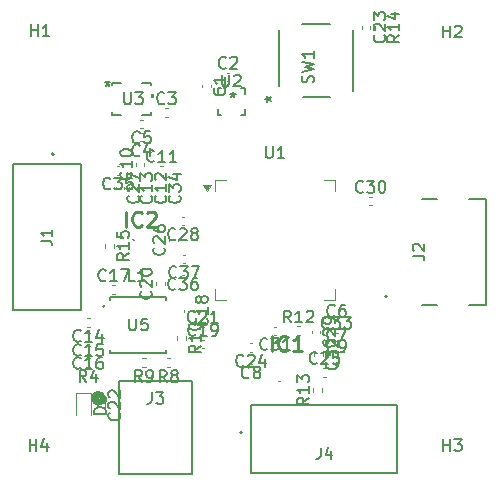
<source format=gbr>
%TF.GenerationSoftware,KiCad,Pcbnew,9.0.1*%
%TF.CreationDate,2025-04-28T02:05:13+08:00*%
%TF.ProjectId,Flight_Control,466c6967-6874-45f4-936f-6e74726f6c2e,rev?*%
%TF.SameCoordinates,Original*%
%TF.FileFunction,Legend,Top*%
%TF.FilePolarity,Positive*%
%FSLAX46Y46*%
G04 Gerber Fmt 4.6, Leading zero omitted, Abs format (unit mm)*
G04 Created by KiCad (PCBNEW 9.0.1) date 2025-04-28 02:05:13*
%MOMM*%
%LPD*%
G01*
G04 APERTURE LIST*
%ADD10C,0.150000*%
%ADD11C,0.254000*%
%ADD12C,0.508000*%
%ADD13C,0.152400*%
%ADD14C,0.120000*%
%ADD15C,0.200000*%
%ADD16C,0.100000*%
%ADD17C,0.000000*%
%ADD18C,0.127000*%
G04 APERTURE END LIST*
D10*
X146266666Y-127554819D02*
X146266666Y-128269104D01*
X146266666Y-128269104D02*
X146219047Y-128411961D01*
X146219047Y-128411961D02*
X146123809Y-128507200D01*
X146123809Y-128507200D02*
X145980952Y-128554819D01*
X145980952Y-128554819D02*
X145885714Y-128554819D01*
X146647619Y-127554819D02*
X147266666Y-127554819D01*
X147266666Y-127554819D02*
X146933333Y-127935771D01*
X146933333Y-127935771D02*
X147076190Y-127935771D01*
X147076190Y-127935771D02*
X147171428Y-127983390D01*
X147171428Y-127983390D02*
X147219047Y-128031009D01*
X147219047Y-128031009D02*
X147266666Y-128126247D01*
X147266666Y-128126247D02*
X147266666Y-128364342D01*
X147266666Y-128364342D02*
X147219047Y-128459580D01*
X147219047Y-128459580D02*
X147171428Y-128507200D01*
X147171428Y-128507200D02*
X147076190Y-128554819D01*
X147076190Y-128554819D02*
X146790476Y-128554819D01*
X146790476Y-128554819D02*
X146695238Y-128507200D01*
X146695238Y-128507200D02*
X146647619Y-128459580D01*
X148357142Y-117819580D02*
X148309523Y-117867200D01*
X148309523Y-117867200D02*
X148166666Y-117914819D01*
X148166666Y-117914819D02*
X148071428Y-117914819D01*
X148071428Y-117914819D02*
X147928571Y-117867200D01*
X147928571Y-117867200D02*
X147833333Y-117771961D01*
X147833333Y-117771961D02*
X147785714Y-117676723D01*
X147785714Y-117676723D02*
X147738095Y-117486247D01*
X147738095Y-117486247D02*
X147738095Y-117343390D01*
X147738095Y-117343390D02*
X147785714Y-117152914D01*
X147785714Y-117152914D02*
X147833333Y-117057676D01*
X147833333Y-117057676D02*
X147928571Y-116962438D01*
X147928571Y-116962438D02*
X148071428Y-116914819D01*
X148071428Y-116914819D02*
X148166666Y-116914819D01*
X148166666Y-116914819D02*
X148309523Y-116962438D01*
X148309523Y-116962438D02*
X148357142Y-117010057D01*
X148690476Y-116914819D02*
X149309523Y-116914819D01*
X149309523Y-116914819D02*
X148976190Y-117295771D01*
X148976190Y-117295771D02*
X149119047Y-117295771D01*
X149119047Y-117295771D02*
X149214285Y-117343390D01*
X149214285Y-117343390D02*
X149261904Y-117391009D01*
X149261904Y-117391009D02*
X149309523Y-117486247D01*
X149309523Y-117486247D02*
X149309523Y-117724342D01*
X149309523Y-117724342D02*
X149261904Y-117819580D01*
X149261904Y-117819580D02*
X149214285Y-117867200D01*
X149214285Y-117867200D02*
X149119047Y-117914819D01*
X149119047Y-117914819D02*
X148833333Y-117914819D01*
X148833333Y-117914819D02*
X148738095Y-117867200D01*
X148738095Y-117867200D02*
X148690476Y-117819580D01*
X149642857Y-116914819D02*
X150309523Y-116914819D01*
X150309523Y-116914819D02*
X149880952Y-117914819D01*
X154037142Y-125319580D02*
X153989523Y-125367200D01*
X153989523Y-125367200D02*
X153846666Y-125414819D01*
X153846666Y-125414819D02*
X153751428Y-125414819D01*
X153751428Y-125414819D02*
X153608571Y-125367200D01*
X153608571Y-125367200D02*
X153513333Y-125271961D01*
X153513333Y-125271961D02*
X153465714Y-125176723D01*
X153465714Y-125176723D02*
X153418095Y-124986247D01*
X153418095Y-124986247D02*
X153418095Y-124843390D01*
X153418095Y-124843390D02*
X153465714Y-124652914D01*
X153465714Y-124652914D02*
X153513333Y-124557676D01*
X153513333Y-124557676D02*
X153608571Y-124462438D01*
X153608571Y-124462438D02*
X153751428Y-124414819D01*
X153751428Y-124414819D02*
X153846666Y-124414819D01*
X153846666Y-124414819D02*
X153989523Y-124462438D01*
X153989523Y-124462438D02*
X154037142Y-124510057D01*
X154418095Y-124510057D02*
X154465714Y-124462438D01*
X154465714Y-124462438D02*
X154560952Y-124414819D01*
X154560952Y-124414819D02*
X154799047Y-124414819D01*
X154799047Y-124414819D02*
X154894285Y-124462438D01*
X154894285Y-124462438D02*
X154941904Y-124510057D01*
X154941904Y-124510057D02*
X154989523Y-124605295D01*
X154989523Y-124605295D02*
X154989523Y-124700533D01*
X154989523Y-124700533D02*
X154941904Y-124843390D01*
X154941904Y-124843390D02*
X154370476Y-125414819D01*
X154370476Y-125414819D02*
X154989523Y-125414819D01*
X155846666Y-124748152D02*
X155846666Y-125414819D01*
X155608571Y-124367200D02*
X155370476Y-125081485D01*
X155370476Y-125081485D02*
X155989523Y-125081485D01*
X146199580Y-119042857D02*
X146247200Y-119090476D01*
X146247200Y-119090476D02*
X146294819Y-119233333D01*
X146294819Y-119233333D02*
X146294819Y-119328571D01*
X146294819Y-119328571D02*
X146247200Y-119471428D01*
X146247200Y-119471428D02*
X146151961Y-119566666D01*
X146151961Y-119566666D02*
X146056723Y-119614285D01*
X146056723Y-119614285D02*
X145866247Y-119661904D01*
X145866247Y-119661904D02*
X145723390Y-119661904D01*
X145723390Y-119661904D02*
X145532914Y-119614285D01*
X145532914Y-119614285D02*
X145437676Y-119566666D01*
X145437676Y-119566666D02*
X145342438Y-119471428D01*
X145342438Y-119471428D02*
X145294819Y-119328571D01*
X145294819Y-119328571D02*
X145294819Y-119233333D01*
X145294819Y-119233333D02*
X145342438Y-119090476D01*
X145342438Y-119090476D02*
X145390057Y-119042857D01*
X145390057Y-118661904D02*
X145342438Y-118614285D01*
X145342438Y-118614285D02*
X145294819Y-118519047D01*
X145294819Y-118519047D02*
X145294819Y-118280952D01*
X145294819Y-118280952D02*
X145342438Y-118185714D01*
X145342438Y-118185714D02*
X145390057Y-118138095D01*
X145390057Y-118138095D02*
X145485295Y-118090476D01*
X145485295Y-118090476D02*
X145580533Y-118090476D01*
X145580533Y-118090476D02*
X145723390Y-118138095D01*
X145723390Y-118138095D02*
X146294819Y-118709523D01*
X146294819Y-118709523D02*
X146294819Y-118090476D01*
X145294819Y-117471428D02*
X145294819Y-117376190D01*
X145294819Y-117376190D02*
X145342438Y-117280952D01*
X145342438Y-117280952D02*
X145390057Y-117233333D01*
X145390057Y-117233333D02*
X145485295Y-117185714D01*
X145485295Y-117185714D02*
X145675771Y-117138095D01*
X145675771Y-117138095D02*
X145913866Y-117138095D01*
X145913866Y-117138095D02*
X146104342Y-117185714D01*
X146104342Y-117185714D02*
X146199580Y-117233333D01*
X146199580Y-117233333D02*
X146247200Y-117280952D01*
X146247200Y-117280952D02*
X146294819Y-117376190D01*
X146294819Y-117376190D02*
X146294819Y-117471428D01*
X146294819Y-117471428D02*
X146247200Y-117566666D01*
X146247200Y-117566666D02*
X146199580Y-117614285D01*
X146199580Y-117614285D02*
X146104342Y-117661904D01*
X146104342Y-117661904D02*
X145913866Y-117709523D01*
X145913866Y-117709523D02*
X145675771Y-117709523D01*
X145675771Y-117709523D02*
X145485295Y-117661904D01*
X145485295Y-117661904D02*
X145390057Y-117614285D01*
X145390057Y-117614285D02*
X145342438Y-117566666D01*
X145342438Y-117566666D02*
X145294819Y-117471428D01*
X145253333Y-107519580D02*
X145205714Y-107567200D01*
X145205714Y-107567200D02*
X145062857Y-107614819D01*
X145062857Y-107614819D02*
X144967619Y-107614819D01*
X144967619Y-107614819D02*
X144824762Y-107567200D01*
X144824762Y-107567200D02*
X144729524Y-107471961D01*
X144729524Y-107471961D02*
X144681905Y-107376723D01*
X144681905Y-107376723D02*
X144634286Y-107186247D01*
X144634286Y-107186247D02*
X144634286Y-107043390D01*
X144634286Y-107043390D02*
X144681905Y-106852914D01*
X144681905Y-106852914D02*
X144729524Y-106757676D01*
X144729524Y-106757676D02*
X144824762Y-106662438D01*
X144824762Y-106662438D02*
X144967619Y-106614819D01*
X144967619Y-106614819D02*
X145062857Y-106614819D01*
X145062857Y-106614819D02*
X145205714Y-106662438D01*
X145205714Y-106662438D02*
X145253333Y-106710057D01*
X146110476Y-106948152D02*
X146110476Y-107614819D01*
X145872381Y-106567200D02*
X145634286Y-107281485D01*
X145634286Y-107281485D02*
X146253333Y-107281485D01*
X140733333Y-126724819D02*
X140400000Y-126248628D01*
X140161905Y-126724819D02*
X140161905Y-125724819D01*
X140161905Y-125724819D02*
X140542857Y-125724819D01*
X140542857Y-125724819D02*
X140638095Y-125772438D01*
X140638095Y-125772438D02*
X140685714Y-125820057D01*
X140685714Y-125820057D02*
X140733333Y-125915295D01*
X140733333Y-125915295D02*
X140733333Y-126058152D01*
X140733333Y-126058152D02*
X140685714Y-126153390D01*
X140685714Y-126153390D02*
X140638095Y-126201009D01*
X140638095Y-126201009D02*
X140542857Y-126248628D01*
X140542857Y-126248628D02*
X140161905Y-126248628D01*
X141590476Y-126058152D02*
X141590476Y-126724819D01*
X141352381Y-125677200D02*
X141114286Y-126391485D01*
X141114286Y-126391485D02*
X141733333Y-126391485D01*
X146457142Y-107999580D02*
X146409523Y-108047200D01*
X146409523Y-108047200D02*
X146266666Y-108094819D01*
X146266666Y-108094819D02*
X146171428Y-108094819D01*
X146171428Y-108094819D02*
X146028571Y-108047200D01*
X146028571Y-108047200D02*
X145933333Y-107951961D01*
X145933333Y-107951961D02*
X145885714Y-107856723D01*
X145885714Y-107856723D02*
X145838095Y-107666247D01*
X145838095Y-107666247D02*
X145838095Y-107523390D01*
X145838095Y-107523390D02*
X145885714Y-107332914D01*
X145885714Y-107332914D02*
X145933333Y-107237676D01*
X145933333Y-107237676D02*
X146028571Y-107142438D01*
X146028571Y-107142438D02*
X146171428Y-107094819D01*
X146171428Y-107094819D02*
X146266666Y-107094819D01*
X146266666Y-107094819D02*
X146409523Y-107142438D01*
X146409523Y-107142438D02*
X146457142Y-107190057D01*
X147409523Y-108094819D02*
X146838095Y-108094819D01*
X147123809Y-108094819D02*
X147123809Y-107094819D01*
X147123809Y-107094819D02*
X147028571Y-107237676D01*
X147028571Y-107237676D02*
X146933333Y-107332914D01*
X146933333Y-107332914D02*
X146838095Y-107380533D01*
X148361904Y-108094819D02*
X147790476Y-108094819D01*
X148076190Y-108094819D02*
X148076190Y-107094819D01*
X148076190Y-107094819D02*
X147980952Y-107237676D01*
X147980952Y-107237676D02*
X147885714Y-107332914D01*
X147885714Y-107332914D02*
X147790476Y-107380533D01*
X168354819Y-116033333D02*
X169069104Y-116033333D01*
X169069104Y-116033333D02*
X169211961Y-116080952D01*
X169211961Y-116080952D02*
X169307200Y-116176190D01*
X169307200Y-116176190D02*
X169354819Y-116319047D01*
X169354819Y-116319047D02*
X169354819Y-116414285D01*
X168450057Y-115604761D02*
X168402438Y-115557142D01*
X168402438Y-115557142D02*
X168354819Y-115461904D01*
X168354819Y-115461904D02*
X168354819Y-115223809D01*
X168354819Y-115223809D02*
X168402438Y-115128571D01*
X168402438Y-115128571D02*
X168450057Y-115080952D01*
X168450057Y-115080952D02*
X168545295Y-115033333D01*
X168545295Y-115033333D02*
X168640533Y-115033333D01*
X168640533Y-115033333D02*
X168783390Y-115080952D01*
X168783390Y-115080952D02*
X169354819Y-115652380D01*
X169354819Y-115652380D02*
X169354819Y-115033333D01*
X152419580Y-101846666D02*
X152467200Y-101894285D01*
X152467200Y-101894285D02*
X152514819Y-102037142D01*
X152514819Y-102037142D02*
X152514819Y-102132380D01*
X152514819Y-102132380D02*
X152467200Y-102275237D01*
X152467200Y-102275237D02*
X152371961Y-102370475D01*
X152371961Y-102370475D02*
X152276723Y-102418094D01*
X152276723Y-102418094D02*
X152086247Y-102465713D01*
X152086247Y-102465713D02*
X151943390Y-102465713D01*
X151943390Y-102465713D02*
X151752914Y-102418094D01*
X151752914Y-102418094D02*
X151657676Y-102370475D01*
X151657676Y-102370475D02*
X151562438Y-102275237D01*
X151562438Y-102275237D02*
X151514819Y-102132380D01*
X151514819Y-102132380D02*
X151514819Y-102037142D01*
X151514819Y-102037142D02*
X151562438Y-101894285D01*
X151562438Y-101894285D02*
X151610057Y-101846666D01*
X152514819Y-100894285D02*
X152514819Y-101465713D01*
X152514819Y-101179999D02*
X151514819Y-101179999D01*
X151514819Y-101179999D02*
X151657676Y-101275237D01*
X151657676Y-101275237D02*
X151752914Y-101370475D01*
X151752914Y-101370475D02*
X151800533Y-101465713D01*
X142777142Y-110319580D02*
X142729523Y-110367200D01*
X142729523Y-110367200D02*
X142586666Y-110414819D01*
X142586666Y-110414819D02*
X142491428Y-110414819D01*
X142491428Y-110414819D02*
X142348571Y-110367200D01*
X142348571Y-110367200D02*
X142253333Y-110271961D01*
X142253333Y-110271961D02*
X142205714Y-110176723D01*
X142205714Y-110176723D02*
X142158095Y-109986247D01*
X142158095Y-109986247D02*
X142158095Y-109843390D01*
X142158095Y-109843390D02*
X142205714Y-109652914D01*
X142205714Y-109652914D02*
X142253333Y-109557676D01*
X142253333Y-109557676D02*
X142348571Y-109462438D01*
X142348571Y-109462438D02*
X142491428Y-109414819D01*
X142491428Y-109414819D02*
X142586666Y-109414819D01*
X142586666Y-109414819D02*
X142729523Y-109462438D01*
X142729523Y-109462438D02*
X142777142Y-109510057D01*
X143110476Y-109414819D02*
X143729523Y-109414819D01*
X143729523Y-109414819D02*
X143396190Y-109795771D01*
X143396190Y-109795771D02*
X143539047Y-109795771D01*
X143539047Y-109795771D02*
X143634285Y-109843390D01*
X143634285Y-109843390D02*
X143681904Y-109891009D01*
X143681904Y-109891009D02*
X143729523Y-109986247D01*
X143729523Y-109986247D02*
X143729523Y-110224342D01*
X143729523Y-110224342D02*
X143681904Y-110319580D01*
X143681904Y-110319580D02*
X143634285Y-110367200D01*
X143634285Y-110367200D02*
X143539047Y-110414819D01*
X143539047Y-110414819D02*
X143253333Y-110414819D01*
X143253333Y-110414819D02*
X143158095Y-110367200D01*
X143158095Y-110367200D02*
X143110476Y-110319580D01*
X144634285Y-109414819D02*
X144158095Y-109414819D01*
X144158095Y-109414819D02*
X144110476Y-109891009D01*
X144110476Y-109891009D02*
X144158095Y-109843390D01*
X144158095Y-109843390D02*
X144253333Y-109795771D01*
X144253333Y-109795771D02*
X144491428Y-109795771D01*
X144491428Y-109795771D02*
X144586666Y-109843390D01*
X144586666Y-109843390D02*
X144634285Y-109891009D01*
X144634285Y-109891009D02*
X144681904Y-109986247D01*
X144681904Y-109986247D02*
X144681904Y-110224342D01*
X144681904Y-110224342D02*
X144634285Y-110319580D01*
X144634285Y-110319580D02*
X144586666Y-110367200D01*
X144586666Y-110367200D02*
X144491428Y-110414819D01*
X144491428Y-110414819D02*
X144253333Y-110414819D01*
X144253333Y-110414819D02*
X144158095Y-110367200D01*
X144158095Y-110367200D02*
X144110476Y-110319580D01*
X161919580Y-125042857D02*
X161967200Y-125090476D01*
X161967200Y-125090476D02*
X162014819Y-125233333D01*
X162014819Y-125233333D02*
X162014819Y-125328571D01*
X162014819Y-125328571D02*
X161967200Y-125471428D01*
X161967200Y-125471428D02*
X161871961Y-125566666D01*
X161871961Y-125566666D02*
X161776723Y-125614285D01*
X161776723Y-125614285D02*
X161586247Y-125661904D01*
X161586247Y-125661904D02*
X161443390Y-125661904D01*
X161443390Y-125661904D02*
X161252914Y-125614285D01*
X161252914Y-125614285D02*
X161157676Y-125566666D01*
X161157676Y-125566666D02*
X161062438Y-125471428D01*
X161062438Y-125471428D02*
X161014819Y-125328571D01*
X161014819Y-125328571D02*
X161014819Y-125233333D01*
X161014819Y-125233333D02*
X161062438Y-125090476D01*
X161062438Y-125090476D02*
X161110057Y-125042857D01*
X161014819Y-124709523D02*
X161014819Y-124090476D01*
X161014819Y-124090476D02*
X161395771Y-124423809D01*
X161395771Y-124423809D02*
X161395771Y-124280952D01*
X161395771Y-124280952D02*
X161443390Y-124185714D01*
X161443390Y-124185714D02*
X161491009Y-124138095D01*
X161491009Y-124138095D02*
X161586247Y-124090476D01*
X161586247Y-124090476D02*
X161824342Y-124090476D01*
X161824342Y-124090476D02*
X161919580Y-124138095D01*
X161919580Y-124138095D02*
X161967200Y-124185714D01*
X161967200Y-124185714D02*
X162014819Y-124280952D01*
X162014819Y-124280952D02*
X162014819Y-124566666D01*
X162014819Y-124566666D02*
X161967200Y-124661904D01*
X161967200Y-124661904D02*
X161919580Y-124709523D01*
X161110057Y-123709523D02*
X161062438Y-123661904D01*
X161062438Y-123661904D02*
X161014819Y-123566666D01*
X161014819Y-123566666D02*
X161014819Y-123328571D01*
X161014819Y-123328571D02*
X161062438Y-123233333D01*
X161062438Y-123233333D02*
X161110057Y-123185714D01*
X161110057Y-123185714D02*
X161205295Y-123138095D01*
X161205295Y-123138095D02*
X161300533Y-123138095D01*
X161300533Y-123138095D02*
X161443390Y-123185714D01*
X161443390Y-123185714D02*
X162014819Y-123757142D01*
X162014819Y-123757142D02*
X162014819Y-123138095D01*
X150424819Y-123642857D02*
X149948628Y-123976190D01*
X150424819Y-124214285D02*
X149424819Y-124214285D01*
X149424819Y-124214285D02*
X149424819Y-123833333D01*
X149424819Y-123833333D02*
X149472438Y-123738095D01*
X149472438Y-123738095D02*
X149520057Y-123690476D01*
X149520057Y-123690476D02*
X149615295Y-123642857D01*
X149615295Y-123642857D02*
X149758152Y-123642857D01*
X149758152Y-123642857D02*
X149853390Y-123690476D01*
X149853390Y-123690476D02*
X149901009Y-123738095D01*
X149901009Y-123738095D02*
X149948628Y-123833333D01*
X149948628Y-123833333D02*
X149948628Y-124214285D01*
X150424819Y-122690476D02*
X150424819Y-123261904D01*
X150424819Y-122976190D02*
X149424819Y-122976190D01*
X149424819Y-122976190D02*
X149567676Y-123071428D01*
X149567676Y-123071428D02*
X149662914Y-123166666D01*
X149662914Y-123166666D02*
X149710533Y-123261904D01*
X149424819Y-122071428D02*
X149424819Y-121976190D01*
X149424819Y-121976190D02*
X149472438Y-121880952D01*
X149472438Y-121880952D02*
X149520057Y-121833333D01*
X149520057Y-121833333D02*
X149615295Y-121785714D01*
X149615295Y-121785714D02*
X149805771Y-121738095D01*
X149805771Y-121738095D02*
X150043866Y-121738095D01*
X150043866Y-121738095D02*
X150234342Y-121785714D01*
X150234342Y-121785714D02*
X150329580Y-121833333D01*
X150329580Y-121833333D02*
X150377200Y-121880952D01*
X150377200Y-121880952D02*
X150424819Y-121976190D01*
X150424819Y-121976190D02*
X150424819Y-122071428D01*
X150424819Y-122071428D02*
X150377200Y-122166666D01*
X150377200Y-122166666D02*
X150329580Y-122214285D01*
X150329580Y-122214285D02*
X150234342Y-122261904D01*
X150234342Y-122261904D02*
X150043866Y-122309523D01*
X150043866Y-122309523D02*
X149805771Y-122309523D01*
X149805771Y-122309523D02*
X149615295Y-122261904D01*
X149615295Y-122261904D02*
X149520057Y-122214285D01*
X149520057Y-122214285D02*
X149472438Y-122166666D01*
X149472438Y-122166666D02*
X149424819Y-122071428D01*
X147299580Y-115342857D02*
X147347200Y-115390476D01*
X147347200Y-115390476D02*
X147394819Y-115533333D01*
X147394819Y-115533333D02*
X147394819Y-115628571D01*
X147394819Y-115628571D02*
X147347200Y-115771428D01*
X147347200Y-115771428D02*
X147251961Y-115866666D01*
X147251961Y-115866666D02*
X147156723Y-115914285D01*
X147156723Y-115914285D02*
X146966247Y-115961904D01*
X146966247Y-115961904D02*
X146823390Y-115961904D01*
X146823390Y-115961904D02*
X146632914Y-115914285D01*
X146632914Y-115914285D02*
X146537676Y-115866666D01*
X146537676Y-115866666D02*
X146442438Y-115771428D01*
X146442438Y-115771428D02*
X146394819Y-115628571D01*
X146394819Y-115628571D02*
X146394819Y-115533333D01*
X146394819Y-115533333D02*
X146442438Y-115390476D01*
X146442438Y-115390476D02*
X146490057Y-115342857D01*
X146490057Y-114961904D02*
X146442438Y-114914285D01*
X146442438Y-114914285D02*
X146394819Y-114819047D01*
X146394819Y-114819047D02*
X146394819Y-114580952D01*
X146394819Y-114580952D02*
X146442438Y-114485714D01*
X146442438Y-114485714D02*
X146490057Y-114438095D01*
X146490057Y-114438095D02*
X146585295Y-114390476D01*
X146585295Y-114390476D02*
X146680533Y-114390476D01*
X146680533Y-114390476D02*
X146823390Y-114438095D01*
X146823390Y-114438095D02*
X147394819Y-115009523D01*
X147394819Y-115009523D02*
X147394819Y-114390476D01*
X146394819Y-113533333D02*
X146394819Y-113723809D01*
X146394819Y-113723809D02*
X146442438Y-113819047D01*
X146442438Y-113819047D02*
X146490057Y-113866666D01*
X146490057Y-113866666D02*
X146632914Y-113961904D01*
X146632914Y-113961904D02*
X146823390Y-114009523D01*
X146823390Y-114009523D02*
X147204342Y-114009523D01*
X147204342Y-114009523D02*
X147299580Y-113961904D01*
X147299580Y-113961904D02*
X147347200Y-113914285D01*
X147347200Y-113914285D02*
X147394819Y-113819047D01*
X147394819Y-113819047D02*
X147394819Y-113628571D01*
X147394819Y-113628571D02*
X147347200Y-113533333D01*
X147347200Y-113533333D02*
X147299580Y-113485714D01*
X147299580Y-113485714D02*
X147204342Y-113438095D01*
X147204342Y-113438095D02*
X146966247Y-113438095D01*
X146966247Y-113438095D02*
X146871009Y-113485714D01*
X146871009Y-113485714D02*
X146823390Y-113533333D01*
X146823390Y-113533333D02*
X146775771Y-113628571D01*
X146775771Y-113628571D02*
X146775771Y-113819047D01*
X146775771Y-113819047D02*
X146823390Y-113914285D01*
X146823390Y-113914285D02*
X146871009Y-113961904D01*
X146871009Y-113961904D02*
X146966247Y-114009523D01*
X140257142Y-123219580D02*
X140209523Y-123267200D01*
X140209523Y-123267200D02*
X140066666Y-123314819D01*
X140066666Y-123314819D02*
X139971428Y-123314819D01*
X139971428Y-123314819D02*
X139828571Y-123267200D01*
X139828571Y-123267200D02*
X139733333Y-123171961D01*
X139733333Y-123171961D02*
X139685714Y-123076723D01*
X139685714Y-123076723D02*
X139638095Y-122886247D01*
X139638095Y-122886247D02*
X139638095Y-122743390D01*
X139638095Y-122743390D02*
X139685714Y-122552914D01*
X139685714Y-122552914D02*
X139733333Y-122457676D01*
X139733333Y-122457676D02*
X139828571Y-122362438D01*
X139828571Y-122362438D02*
X139971428Y-122314819D01*
X139971428Y-122314819D02*
X140066666Y-122314819D01*
X140066666Y-122314819D02*
X140209523Y-122362438D01*
X140209523Y-122362438D02*
X140257142Y-122410057D01*
X141209523Y-123314819D02*
X140638095Y-123314819D01*
X140923809Y-123314819D02*
X140923809Y-122314819D01*
X140923809Y-122314819D02*
X140828571Y-122457676D01*
X140828571Y-122457676D02*
X140733333Y-122552914D01*
X140733333Y-122552914D02*
X140638095Y-122600533D01*
X142066666Y-122648152D02*
X142066666Y-123314819D01*
X141828571Y-122267200D02*
X141590476Y-122981485D01*
X141590476Y-122981485D02*
X142209523Y-122981485D01*
X159584819Y-128042857D02*
X159108628Y-128376190D01*
X159584819Y-128614285D02*
X158584819Y-128614285D01*
X158584819Y-128614285D02*
X158584819Y-128233333D01*
X158584819Y-128233333D02*
X158632438Y-128138095D01*
X158632438Y-128138095D02*
X158680057Y-128090476D01*
X158680057Y-128090476D02*
X158775295Y-128042857D01*
X158775295Y-128042857D02*
X158918152Y-128042857D01*
X158918152Y-128042857D02*
X159013390Y-128090476D01*
X159013390Y-128090476D02*
X159061009Y-128138095D01*
X159061009Y-128138095D02*
X159108628Y-128233333D01*
X159108628Y-128233333D02*
X159108628Y-128614285D01*
X159584819Y-127090476D02*
X159584819Y-127661904D01*
X159584819Y-127376190D02*
X158584819Y-127376190D01*
X158584819Y-127376190D02*
X158727676Y-127471428D01*
X158727676Y-127471428D02*
X158822914Y-127566666D01*
X158822914Y-127566666D02*
X158870533Y-127661904D01*
X158584819Y-126757142D02*
X158584819Y-126138095D01*
X158584819Y-126138095D02*
X158965771Y-126471428D01*
X158965771Y-126471428D02*
X158965771Y-126328571D01*
X158965771Y-126328571D02*
X159013390Y-126233333D01*
X159013390Y-126233333D02*
X159061009Y-126185714D01*
X159061009Y-126185714D02*
X159156247Y-126138095D01*
X159156247Y-126138095D02*
X159394342Y-126138095D01*
X159394342Y-126138095D02*
X159489580Y-126185714D01*
X159489580Y-126185714D02*
X159537200Y-126233333D01*
X159537200Y-126233333D02*
X159584819Y-126328571D01*
X159584819Y-126328571D02*
X159584819Y-126614285D01*
X159584819Y-126614285D02*
X159537200Y-126709523D01*
X159537200Y-126709523D02*
X159489580Y-126757142D01*
D11*
X144090237Y-113564318D02*
X144090237Y-112294318D01*
X145420714Y-113443365D02*
X145360238Y-113503842D01*
X145360238Y-113503842D02*
X145178809Y-113564318D01*
X145178809Y-113564318D02*
X145057857Y-113564318D01*
X145057857Y-113564318D02*
X144876428Y-113503842D01*
X144876428Y-113503842D02*
X144755476Y-113382889D01*
X144755476Y-113382889D02*
X144694999Y-113261937D01*
X144694999Y-113261937D02*
X144634523Y-113020032D01*
X144634523Y-113020032D02*
X144634523Y-112838603D01*
X144634523Y-112838603D02*
X144694999Y-112596699D01*
X144694999Y-112596699D02*
X144755476Y-112475746D01*
X144755476Y-112475746D02*
X144876428Y-112354794D01*
X144876428Y-112354794D02*
X145057857Y-112294318D01*
X145057857Y-112294318D02*
X145178809Y-112294318D01*
X145178809Y-112294318D02*
X145360238Y-112354794D01*
X145360238Y-112354794D02*
X145420714Y-112415270D01*
X145904523Y-112415270D02*
X145964999Y-112354794D01*
X145964999Y-112354794D02*
X146085952Y-112294318D01*
X146085952Y-112294318D02*
X146388333Y-112294318D01*
X146388333Y-112294318D02*
X146509285Y-112354794D01*
X146509285Y-112354794D02*
X146569761Y-112415270D01*
X146569761Y-112415270D02*
X146630238Y-112536222D01*
X146630238Y-112536222D02*
X146630238Y-112657175D01*
X146630238Y-112657175D02*
X146569761Y-112838603D01*
X146569761Y-112838603D02*
X145844047Y-113564318D01*
X145844047Y-113564318D02*
X146630238Y-113564318D01*
D10*
X152238095Y-100704819D02*
X152238095Y-101514342D01*
X152238095Y-101514342D02*
X152285714Y-101609580D01*
X152285714Y-101609580D02*
X152333333Y-101657200D01*
X152333333Y-101657200D02*
X152428571Y-101704819D01*
X152428571Y-101704819D02*
X152619047Y-101704819D01*
X152619047Y-101704819D02*
X152714285Y-101657200D01*
X152714285Y-101657200D02*
X152761904Y-101609580D01*
X152761904Y-101609580D02*
X152809523Y-101514342D01*
X152809523Y-101514342D02*
X152809523Y-100704819D01*
X153238095Y-100800057D02*
X153285714Y-100752438D01*
X153285714Y-100752438D02*
X153380952Y-100704819D01*
X153380952Y-100704819D02*
X153619047Y-100704819D01*
X153619047Y-100704819D02*
X153714285Y-100752438D01*
X153714285Y-100752438D02*
X153761904Y-100800057D01*
X153761904Y-100800057D02*
X153809523Y-100895295D01*
X153809523Y-100895295D02*
X153809523Y-100990533D01*
X153809523Y-100990533D02*
X153761904Y-101133390D01*
X153761904Y-101133390D02*
X153190476Y-101704819D01*
X153190476Y-101704819D02*
X153809523Y-101704819D01*
X153135000Y-102199819D02*
X153135000Y-102437914D01*
X152896905Y-102342676D02*
X153135000Y-102437914D01*
X153135000Y-102437914D02*
X153373095Y-102342676D01*
X152992143Y-102628390D02*
X153135000Y-102437914D01*
X153135000Y-102437914D02*
X153277857Y-102628390D01*
X153135000Y-102199819D02*
X153135000Y-102437914D01*
X152896905Y-102342676D02*
X153135000Y-102437914D01*
X153135000Y-102437914D02*
X153373095Y-102342676D01*
X152992143Y-102628390D02*
X153135000Y-102437914D01*
X153135000Y-102437914D02*
X153277857Y-102628390D01*
X136038095Y-97454819D02*
X136038095Y-96454819D01*
X136038095Y-96931009D02*
X136609523Y-96931009D01*
X136609523Y-97454819D02*
X136609523Y-96454819D01*
X137609523Y-97454819D02*
X137038095Y-97454819D01*
X137323809Y-97454819D02*
X137323809Y-96454819D01*
X137323809Y-96454819D02*
X137228571Y-96597676D01*
X137228571Y-96597676D02*
X137133333Y-96692914D01*
X137133333Y-96692914D02*
X137038095Y-96740533D01*
X159929800Y-101357832D02*
X159977419Y-101214975D01*
X159977419Y-101214975D02*
X159977419Y-100976880D01*
X159977419Y-100976880D02*
X159929800Y-100881642D01*
X159929800Y-100881642D02*
X159882180Y-100834023D01*
X159882180Y-100834023D02*
X159786942Y-100786404D01*
X159786942Y-100786404D02*
X159691704Y-100786404D01*
X159691704Y-100786404D02*
X159596466Y-100834023D01*
X159596466Y-100834023D02*
X159548847Y-100881642D01*
X159548847Y-100881642D02*
X159501228Y-100976880D01*
X159501228Y-100976880D02*
X159453609Y-101167356D01*
X159453609Y-101167356D02*
X159405990Y-101262594D01*
X159405990Y-101262594D02*
X159358371Y-101310213D01*
X159358371Y-101310213D02*
X159263133Y-101357832D01*
X159263133Y-101357832D02*
X159167895Y-101357832D01*
X159167895Y-101357832D02*
X159072657Y-101310213D01*
X159072657Y-101310213D02*
X159025038Y-101262594D01*
X159025038Y-101262594D02*
X158977419Y-101167356D01*
X158977419Y-101167356D02*
X158977419Y-100929261D01*
X158977419Y-100929261D02*
X159025038Y-100786404D01*
X158977419Y-100453070D02*
X159977419Y-100214975D01*
X159977419Y-100214975D02*
X159263133Y-100024499D01*
X159263133Y-100024499D02*
X159977419Y-99834023D01*
X159977419Y-99834023D02*
X158977419Y-99595928D01*
X159977419Y-98691166D02*
X159977419Y-99262594D01*
X159977419Y-98976880D02*
X158977419Y-98976880D01*
X158977419Y-98976880D02*
X159120276Y-99072118D01*
X159120276Y-99072118D02*
X159215514Y-99167356D01*
X159215514Y-99167356D02*
X159263133Y-99262594D01*
X155904118Y-102749999D02*
X156142213Y-102749999D01*
X156046975Y-102988094D02*
X156142213Y-102749999D01*
X156142213Y-102749999D02*
X156046975Y-102511904D01*
X156332689Y-102892856D02*
X156142213Y-102749999D01*
X156142213Y-102749999D02*
X156332689Y-102607142D01*
X155904118Y-102749999D02*
X156142213Y-102749999D01*
X156046975Y-102988094D02*
X156142213Y-102749999D01*
X156142213Y-102749999D02*
X156046975Y-102511904D01*
X156332689Y-102892856D02*
X156142213Y-102749999D01*
X156142213Y-102749999D02*
X156332689Y-102607142D01*
X147419580Y-110942857D02*
X147467200Y-110990476D01*
X147467200Y-110990476D02*
X147514819Y-111133333D01*
X147514819Y-111133333D02*
X147514819Y-111228571D01*
X147514819Y-111228571D02*
X147467200Y-111371428D01*
X147467200Y-111371428D02*
X147371961Y-111466666D01*
X147371961Y-111466666D02*
X147276723Y-111514285D01*
X147276723Y-111514285D02*
X147086247Y-111561904D01*
X147086247Y-111561904D02*
X146943390Y-111561904D01*
X146943390Y-111561904D02*
X146752914Y-111514285D01*
X146752914Y-111514285D02*
X146657676Y-111466666D01*
X146657676Y-111466666D02*
X146562438Y-111371428D01*
X146562438Y-111371428D02*
X146514819Y-111228571D01*
X146514819Y-111228571D02*
X146514819Y-111133333D01*
X146514819Y-111133333D02*
X146562438Y-110990476D01*
X146562438Y-110990476D02*
X146610057Y-110942857D01*
X147514819Y-109990476D02*
X147514819Y-110561904D01*
X147514819Y-110276190D02*
X146514819Y-110276190D01*
X146514819Y-110276190D02*
X146657676Y-110371428D01*
X146657676Y-110371428D02*
X146752914Y-110466666D01*
X146752914Y-110466666D02*
X146800533Y-110561904D01*
X146610057Y-109609523D02*
X146562438Y-109561904D01*
X146562438Y-109561904D02*
X146514819Y-109466666D01*
X146514819Y-109466666D02*
X146514819Y-109228571D01*
X146514819Y-109228571D02*
X146562438Y-109133333D01*
X146562438Y-109133333D02*
X146610057Y-109085714D01*
X146610057Y-109085714D02*
X146705295Y-109038095D01*
X146705295Y-109038095D02*
X146800533Y-109038095D01*
X146800533Y-109038095D02*
X146943390Y-109085714D01*
X146943390Y-109085714D02*
X147514819Y-109657142D01*
X147514819Y-109657142D02*
X147514819Y-109038095D01*
X160257142Y-125099580D02*
X160209523Y-125147200D01*
X160209523Y-125147200D02*
X160066666Y-125194819D01*
X160066666Y-125194819D02*
X159971428Y-125194819D01*
X159971428Y-125194819D02*
X159828571Y-125147200D01*
X159828571Y-125147200D02*
X159733333Y-125051961D01*
X159733333Y-125051961D02*
X159685714Y-124956723D01*
X159685714Y-124956723D02*
X159638095Y-124766247D01*
X159638095Y-124766247D02*
X159638095Y-124623390D01*
X159638095Y-124623390D02*
X159685714Y-124432914D01*
X159685714Y-124432914D02*
X159733333Y-124337676D01*
X159733333Y-124337676D02*
X159828571Y-124242438D01*
X159828571Y-124242438D02*
X159971428Y-124194819D01*
X159971428Y-124194819D02*
X160066666Y-124194819D01*
X160066666Y-124194819D02*
X160209523Y-124242438D01*
X160209523Y-124242438D02*
X160257142Y-124290057D01*
X160638095Y-124290057D02*
X160685714Y-124242438D01*
X160685714Y-124242438D02*
X160780952Y-124194819D01*
X160780952Y-124194819D02*
X161019047Y-124194819D01*
X161019047Y-124194819D02*
X161114285Y-124242438D01*
X161114285Y-124242438D02*
X161161904Y-124290057D01*
X161161904Y-124290057D02*
X161209523Y-124385295D01*
X161209523Y-124385295D02*
X161209523Y-124480533D01*
X161209523Y-124480533D02*
X161161904Y-124623390D01*
X161161904Y-124623390D02*
X160590476Y-125194819D01*
X160590476Y-125194819D02*
X161209523Y-125194819D01*
X162114285Y-124194819D02*
X161638095Y-124194819D01*
X161638095Y-124194819D02*
X161590476Y-124671009D01*
X161590476Y-124671009D02*
X161638095Y-124623390D01*
X161638095Y-124623390D02*
X161733333Y-124575771D01*
X161733333Y-124575771D02*
X161971428Y-124575771D01*
X161971428Y-124575771D02*
X162066666Y-124623390D01*
X162066666Y-124623390D02*
X162114285Y-124671009D01*
X162114285Y-124671009D02*
X162161904Y-124766247D01*
X162161904Y-124766247D02*
X162161904Y-125004342D01*
X162161904Y-125004342D02*
X162114285Y-125099580D01*
X162114285Y-125099580D02*
X162066666Y-125147200D01*
X162066666Y-125147200D02*
X161971428Y-125194819D01*
X161971428Y-125194819D02*
X161733333Y-125194819D01*
X161733333Y-125194819D02*
X161638095Y-125147200D01*
X161638095Y-125147200D02*
X161590476Y-125099580D01*
X147353333Y-103099580D02*
X147305714Y-103147200D01*
X147305714Y-103147200D02*
X147162857Y-103194819D01*
X147162857Y-103194819D02*
X147067619Y-103194819D01*
X147067619Y-103194819D02*
X146924762Y-103147200D01*
X146924762Y-103147200D02*
X146829524Y-103051961D01*
X146829524Y-103051961D02*
X146781905Y-102956723D01*
X146781905Y-102956723D02*
X146734286Y-102766247D01*
X146734286Y-102766247D02*
X146734286Y-102623390D01*
X146734286Y-102623390D02*
X146781905Y-102432914D01*
X146781905Y-102432914D02*
X146829524Y-102337676D01*
X146829524Y-102337676D02*
X146924762Y-102242438D01*
X146924762Y-102242438D02*
X147067619Y-102194819D01*
X147067619Y-102194819D02*
X147162857Y-102194819D01*
X147162857Y-102194819D02*
X147305714Y-102242438D01*
X147305714Y-102242438D02*
X147353333Y-102290057D01*
X147686667Y-102194819D02*
X148305714Y-102194819D01*
X148305714Y-102194819D02*
X147972381Y-102575771D01*
X147972381Y-102575771D02*
X148115238Y-102575771D01*
X148115238Y-102575771D02*
X148210476Y-102623390D01*
X148210476Y-102623390D02*
X148258095Y-102671009D01*
X148258095Y-102671009D02*
X148305714Y-102766247D01*
X148305714Y-102766247D02*
X148305714Y-103004342D01*
X148305714Y-103004342D02*
X148258095Y-103099580D01*
X148258095Y-103099580D02*
X148210476Y-103147200D01*
X148210476Y-103147200D02*
X148115238Y-103194819D01*
X148115238Y-103194819D02*
X147829524Y-103194819D01*
X147829524Y-103194819D02*
X147734286Y-103147200D01*
X147734286Y-103147200D02*
X147686667Y-103099580D01*
X167224819Y-97342857D02*
X166748628Y-97676190D01*
X167224819Y-97914285D02*
X166224819Y-97914285D01*
X166224819Y-97914285D02*
X166224819Y-97533333D01*
X166224819Y-97533333D02*
X166272438Y-97438095D01*
X166272438Y-97438095D02*
X166320057Y-97390476D01*
X166320057Y-97390476D02*
X166415295Y-97342857D01*
X166415295Y-97342857D02*
X166558152Y-97342857D01*
X166558152Y-97342857D02*
X166653390Y-97390476D01*
X166653390Y-97390476D02*
X166701009Y-97438095D01*
X166701009Y-97438095D02*
X166748628Y-97533333D01*
X166748628Y-97533333D02*
X166748628Y-97914285D01*
X167224819Y-96390476D02*
X167224819Y-96961904D01*
X167224819Y-96676190D02*
X166224819Y-96676190D01*
X166224819Y-96676190D02*
X166367676Y-96771428D01*
X166367676Y-96771428D02*
X166462914Y-96866666D01*
X166462914Y-96866666D02*
X166510533Y-96961904D01*
X166558152Y-95533333D02*
X167224819Y-95533333D01*
X166177200Y-95771428D02*
X166891485Y-96009523D01*
X166891485Y-96009523D02*
X166891485Y-95390476D01*
X161277142Y-122099580D02*
X161229523Y-122147200D01*
X161229523Y-122147200D02*
X161086666Y-122194819D01*
X161086666Y-122194819D02*
X160991428Y-122194819D01*
X160991428Y-122194819D02*
X160848571Y-122147200D01*
X160848571Y-122147200D02*
X160753333Y-122051961D01*
X160753333Y-122051961D02*
X160705714Y-121956723D01*
X160705714Y-121956723D02*
X160658095Y-121766247D01*
X160658095Y-121766247D02*
X160658095Y-121623390D01*
X160658095Y-121623390D02*
X160705714Y-121432914D01*
X160705714Y-121432914D02*
X160753333Y-121337676D01*
X160753333Y-121337676D02*
X160848571Y-121242438D01*
X160848571Y-121242438D02*
X160991428Y-121194819D01*
X160991428Y-121194819D02*
X161086666Y-121194819D01*
X161086666Y-121194819D02*
X161229523Y-121242438D01*
X161229523Y-121242438D02*
X161277142Y-121290057D01*
X161610476Y-121194819D02*
X162229523Y-121194819D01*
X162229523Y-121194819D02*
X161896190Y-121575771D01*
X161896190Y-121575771D02*
X162039047Y-121575771D01*
X162039047Y-121575771D02*
X162134285Y-121623390D01*
X162134285Y-121623390D02*
X162181904Y-121671009D01*
X162181904Y-121671009D02*
X162229523Y-121766247D01*
X162229523Y-121766247D02*
X162229523Y-122004342D01*
X162229523Y-122004342D02*
X162181904Y-122099580D01*
X162181904Y-122099580D02*
X162134285Y-122147200D01*
X162134285Y-122147200D02*
X162039047Y-122194819D01*
X162039047Y-122194819D02*
X161753333Y-122194819D01*
X161753333Y-122194819D02*
X161658095Y-122147200D01*
X161658095Y-122147200D02*
X161610476Y-122099580D01*
X162562857Y-121194819D02*
X163181904Y-121194819D01*
X163181904Y-121194819D02*
X162848571Y-121575771D01*
X162848571Y-121575771D02*
X162991428Y-121575771D01*
X162991428Y-121575771D02*
X163086666Y-121623390D01*
X163086666Y-121623390D02*
X163134285Y-121671009D01*
X163134285Y-121671009D02*
X163181904Y-121766247D01*
X163181904Y-121766247D02*
X163181904Y-122004342D01*
X163181904Y-122004342D02*
X163134285Y-122099580D01*
X163134285Y-122099580D02*
X163086666Y-122147200D01*
X163086666Y-122147200D02*
X162991428Y-122194819D01*
X162991428Y-122194819D02*
X162705714Y-122194819D01*
X162705714Y-122194819D02*
X162610476Y-122147200D01*
X162610476Y-122147200D02*
X162562857Y-122099580D01*
X164157142Y-110599580D02*
X164109523Y-110647200D01*
X164109523Y-110647200D02*
X163966666Y-110694819D01*
X163966666Y-110694819D02*
X163871428Y-110694819D01*
X163871428Y-110694819D02*
X163728571Y-110647200D01*
X163728571Y-110647200D02*
X163633333Y-110551961D01*
X163633333Y-110551961D02*
X163585714Y-110456723D01*
X163585714Y-110456723D02*
X163538095Y-110266247D01*
X163538095Y-110266247D02*
X163538095Y-110123390D01*
X163538095Y-110123390D02*
X163585714Y-109932914D01*
X163585714Y-109932914D02*
X163633333Y-109837676D01*
X163633333Y-109837676D02*
X163728571Y-109742438D01*
X163728571Y-109742438D02*
X163871428Y-109694819D01*
X163871428Y-109694819D02*
X163966666Y-109694819D01*
X163966666Y-109694819D02*
X164109523Y-109742438D01*
X164109523Y-109742438D02*
X164157142Y-109790057D01*
X164490476Y-109694819D02*
X165109523Y-109694819D01*
X165109523Y-109694819D02*
X164776190Y-110075771D01*
X164776190Y-110075771D02*
X164919047Y-110075771D01*
X164919047Y-110075771D02*
X165014285Y-110123390D01*
X165014285Y-110123390D02*
X165061904Y-110171009D01*
X165061904Y-110171009D02*
X165109523Y-110266247D01*
X165109523Y-110266247D02*
X165109523Y-110504342D01*
X165109523Y-110504342D02*
X165061904Y-110599580D01*
X165061904Y-110599580D02*
X165014285Y-110647200D01*
X165014285Y-110647200D02*
X164919047Y-110694819D01*
X164919047Y-110694819D02*
X164633333Y-110694819D01*
X164633333Y-110694819D02*
X164538095Y-110647200D01*
X164538095Y-110647200D02*
X164490476Y-110599580D01*
X165728571Y-109694819D02*
X165823809Y-109694819D01*
X165823809Y-109694819D02*
X165919047Y-109742438D01*
X165919047Y-109742438D02*
X165966666Y-109790057D01*
X165966666Y-109790057D02*
X166014285Y-109885295D01*
X166014285Y-109885295D02*
X166061904Y-110075771D01*
X166061904Y-110075771D02*
X166061904Y-110313866D01*
X166061904Y-110313866D02*
X166014285Y-110504342D01*
X166014285Y-110504342D02*
X165966666Y-110599580D01*
X165966666Y-110599580D02*
X165919047Y-110647200D01*
X165919047Y-110647200D02*
X165823809Y-110694819D01*
X165823809Y-110694819D02*
X165728571Y-110694819D01*
X165728571Y-110694819D02*
X165633333Y-110647200D01*
X165633333Y-110647200D02*
X165585714Y-110599580D01*
X165585714Y-110599580D02*
X165538095Y-110504342D01*
X165538095Y-110504342D02*
X165490476Y-110313866D01*
X165490476Y-110313866D02*
X165490476Y-110075771D01*
X165490476Y-110075771D02*
X165538095Y-109885295D01*
X165538095Y-109885295D02*
X165585714Y-109790057D01*
X165585714Y-109790057D02*
X165633333Y-109742438D01*
X165633333Y-109742438D02*
X165728571Y-109694819D01*
X149957142Y-121599580D02*
X149909523Y-121647200D01*
X149909523Y-121647200D02*
X149766666Y-121694819D01*
X149766666Y-121694819D02*
X149671428Y-121694819D01*
X149671428Y-121694819D02*
X149528571Y-121647200D01*
X149528571Y-121647200D02*
X149433333Y-121551961D01*
X149433333Y-121551961D02*
X149385714Y-121456723D01*
X149385714Y-121456723D02*
X149338095Y-121266247D01*
X149338095Y-121266247D02*
X149338095Y-121123390D01*
X149338095Y-121123390D02*
X149385714Y-120932914D01*
X149385714Y-120932914D02*
X149433333Y-120837676D01*
X149433333Y-120837676D02*
X149528571Y-120742438D01*
X149528571Y-120742438D02*
X149671428Y-120694819D01*
X149671428Y-120694819D02*
X149766666Y-120694819D01*
X149766666Y-120694819D02*
X149909523Y-120742438D01*
X149909523Y-120742438D02*
X149957142Y-120790057D01*
X150338095Y-120790057D02*
X150385714Y-120742438D01*
X150385714Y-120742438D02*
X150480952Y-120694819D01*
X150480952Y-120694819D02*
X150719047Y-120694819D01*
X150719047Y-120694819D02*
X150814285Y-120742438D01*
X150814285Y-120742438D02*
X150861904Y-120790057D01*
X150861904Y-120790057D02*
X150909523Y-120885295D01*
X150909523Y-120885295D02*
X150909523Y-120980533D01*
X150909523Y-120980533D02*
X150861904Y-121123390D01*
X150861904Y-121123390D02*
X150290476Y-121694819D01*
X150290476Y-121694819D02*
X150909523Y-121694819D01*
X151861904Y-121694819D02*
X151290476Y-121694819D01*
X151576190Y-121694819D02*
X151576190Y-120694819D01*
X151576190Y-120694819D02*
X151480952Y-120837676D01*
X151480952Y-120837676D02*
X151385714Y-120932914D01*
X151385714Y-120932914D02*
X151290476Y-120980533D01*
X161719580Y-123142857D02*
X161767200Y-123190476D01*
X161767200Y-123190476D02*
X161814819Y-123333333D01*
X161814819Y-123333333D02*
X161814819Y-123428571D01*
X161814819Y-123428571D02*
X161767200Y-123571428D01*
X161767200Y-123571428D02*
X161671961Y-123666666D01*
X161671961Y-123666666D02*
X161576723Y-123714285D01*
X161576723Y-123714285D02*
X161386247Y-123761904D01*
X161386247Y-123761904D02*
X161243390Y-123761904D01*
X161243390Y-123761904D02*
X161052914Y-123714285D01*
X161052914Y-123714285D02*
X160957676Y-123666666D01*
X160957676Y-123666666D02*
X160862438Y-123571428D01*
X160862438Y-123571428D02*
X160814819Y-123428571D01*
X160814819Y-123428571D02*
X160814819Y-123333333D01*
X160814819Y-123333333D02*
X160862438Y-123190476D01*
X160862438Y-123190476D02*
X160910057Y-123142857D01*
X160910057Y-122761904D02*
X160862438Y-122714285D01*
X160862438Y-122714285D02*
X160814819Y-122619047D01*
X160814819Y-122619047D02*
X160814819Y-122380952D01*
X160814819Y-122380952D02*
X160862438Y-122285714D01*
X160862438Y-122285714D02*
X160910057Y-122238095D01*
X160910057Y-122238095D02*
X161005295Y-122190476D01*
X161005295Y-122190476D02*
X161100533Y-122190476D01*
X161100533Y-122190476D02*
X161243390Y-122238095D01*
X161243390Y-122238095D02*
X161814819Y-122809523D01*
X161814819Y-122809523D02*
X161814819Y-122190476D01*
X161814819Y-121714285D02*
X161814819Y-121523809D01*
X161814819Y-121523809D02*
X161767200Y-121428571D01*
X161767200Y-121428571D02*
X161719580Y-121380952D01*
X161719580Y-121380952D02*
X161576723Y-121285714D01*
X161576723Y-121285714D02*
X161386247Y-121238095D01*
X161386247Y-121238095D02*
X161005295Y-121238095D01*
X161005295Y-121238095D02*
X160910057Y-121285714D01*
X160910057Y-121285714D02*
X160862438Y-121333333D01*
X160862438Y-121333333D02*
X160814819Y-121428571D01*
X160814819Y-121428571D02*
X160814819Y-121619047D01*
X160814819Y-121619047D02*
X160862438Y-121714285D01*
X160862438Y-121714285D02*
X160910057Y-121761904D01*
X160910057Y-121761904D02*
X161005295Y-121809523D01*
X161005295Y-121809523D02*
X161243390Y-121809523D01*
X161243390Y-121809523D02*
X161338628Y-121761904D01*
X161338628Y-121761904D02*
X161386247Y-121714285D01*
X161386247Y-121714285D02*
X161433866Y-121619047D01*
X161433866Y-121619047D02*
X161433866Y-121428571D01*
X161433866Y-121428571D02*
X161386247Y-121333333D01*
X161386247Y-121333333D02*
X161338628Y-121285714D01*
X161338628Y-121285714D02*
X161243390Y-121238095D01*
X135938095Y-132554819D02*
X135938095Y-131554819D01*
X135938095Y-132031009D02*
X136509523Y-132031009D01*
X136509523Y-132554819D02*
X136509523Y-131554819D01*
X137414285Y-131888152D02*
X137414285Y-132554819D01*
X137176190Y-131507200D02*
X136938095Y-132221485D01*
X136938095Y-132221485D02*
X137557142Y-132221485D01*
X155938095Y-106754819D02*
X155938095Y-107564342D01*
X155938095Y-107564342D02*
X155985714Y-107659580D01*
X155985714Y-107659580D02*
X156033333Y-107707200D01*
X156033333Y-107707200D02*
X156128571Y-107754819D01*
X156128571Y-107754819D02*
X156319047Y-107754819D01*
X156319047Y-107754819D02*
X156414285Y-107707200D01*
X156414285Y-107707200D02*
X156461904Y-107659580D01*
X156461904Y-107659580D02*
X156509523Y-107564342D01*
X156509523Y-107564342D02*
X156509523Y-106754819D01*
X157509523Y-107754819D02*
X156938095Y-107754819D01*
X157223809Y-107754819D02*
X157223809Y-106754819D01*
X157223809Y-106754819D02*
X157128571Y-106897676D01*
X157128571Y-106897676D02*
X157033333Y-106992914D01*
X157033333Y-106992914D02*
X156938095Y-107040533D01*
X161753333Y-123099580D02*
X161705714Y-123147200D01*
X161705714Y-123147200D02*
X161562857Y-123194819D01*
X161562857Y-123194819D02*
X161467619Y-123194819D01*
X161467619Y-123194819D02*
X161324762Y-123147200D01*
X161324762Y-123147200D02*
X161229524Y-123051961D01*
X161229524Y-123051961D02*
X161181905Y-122956723D01*
X161181905Y-122956723D02*
X161134286Y-122766247D01*
X161134286Y-122766247D02*
X161134286Y-122623390D01*
X161134286Y-122623390D02*
X161181905Y-122432914D01*
X161181905Y-122432914D02*
X161229524Y-122337676D01*
X161229524Y-122337676D02*
X161324762Y-122242438D01*
X161324762Y-122242438D02*
X161467619Y-122194819D01*
X161467619Y-122194819D02*
X161562857Y-122194819D01*
X161562857Y-122194819D02*
X161705714Y-122242438D01*
X161705714Y-122242438D02*
X161753333Y-122290057D01*
X162086667Y-122194819D02*
X162753333Y-122194819D01*
X162753333Y-122194819D02*
X162324762Y-123194819D01*
X170938095Y-97554819D02*
X170938095Y-96554819D01*
X170938095Y-97031009D02*
X171509523Y-97031009D01*
X171509523Y-97554819D02*
X171509523Y-96554819D01*
X171938095Y-96650057D02*
X171985714Y-96602438D01*
X171985714Y-96602438D02*
X172080952Y-96554819D01*
X172080952Y-96554819D02*
X172319047Y-96554819D01*
X172319047Y-96554819D02*
X172414285Y-96602438D01*
X172414285Y-96602438D02*
X172461904Y-96650057D01*
X172461904Y-96650057D02*
X172509523Y-96745295D01*
X172509523Y-96745295D02*
X172509523Y-96840533D01*
X172509523Y-96840533D02*
X172461904Y-96983390D01*
X172461904Y-96983390D02*
X171890476Y-97554819D01*
X171890476Y-97554819D02*
X172509523Y-97554819D01*
X150919580Y-121342857D02*
X150967200Y-121390476D01*
X150967200Y-121390476D02*
X151014819Y-121533333D01*
X151014819Y-121533333D02*
X151014819Y-121628571D01*
X151014819Y-121628571D02*
X150967200Y-121771428D01*
X150967200Y-121771428D02*
X150871961Y-121866666D01*
X150871961Y-121866666D02*
X150776723Y-121914285D01*
X150776723Y-121914285D02*
X150586247Y-121961904D01*
X150586247Y-121961904D02*
X150443390Y-121961904D01*
X150443390Y-121961904D02*
X150252914Y-121914285D01*
X150252914Y-121914285D02*
X150157676Y-121866666D01*
X150157676Y-121866666D02*
X150062438Y-121771428D01*
X150062438Y-121771428D02*
X150014819Y-121628571D01*
X150014819Y-121628571D02*
X150014819Y-121533333D01*
X150014819Y-121533333D02*
X150062438Y-121390476D01*
X150062438Y-121390476D02*
X150110057Y-121342857D01*
X151014819Y-120390476D02*
X151014819Y-120961904D01*
X151014819Y-120676190D02*
X150014819Y-120676190D01*
X150014819Y-120676190D02*
X150157676Y-120771428D01*
X150157676Y-120771428D02*
X150252914Y-120866666D01*
X150252914Y-120866666D02*
X150300533Y-120961904D01*
X150443390Y-119819047D02*
X150395771Y-119914285D01*
X150395771Y-119914285D02*
X150348152Y-119961904D01*
X150348152Y-119961904D02*
X150252914Y-120009523D01*
X150252914Y-120009523D02*
X150205295Y-120009523D01*
X150205295Y-120009523D02*
X150110057Y-119961904D01*
X150110057Y-119961904D02*
X150062438Y-119914285D01*
X150062438Y-119914285D02*
X150014819Y-119819047D01*
X150014819Y-119819047D02*
X150014819Y-119628571D01*
X150014819Y-119628571D02*
X150062438Y-119533333D01*
X150062438Y-119533333D02*
X150110057Y-119485714D01*
X150110057Y-119485714D02*
X150205295Y-119438095D01*
X150205295Y-119438095D02*
X150252914Y-119438095D01*
X150252914Y-119438095D02*
X150348152Y-119485714D01*
X150348152Y-119485714D02*
X150395771Y-119533333D01*
X150395771Y-119533333D02*
X150443390Y-119628571D01*
X150443390Y-119628571D02*
X150443390Y-119819047D01*
X150443390Y-119819047D02*
X150491009Y-119914285D01*
X150491009Y-119914285D02*
X150538628Y-119961904D01*
X150538628Y-119961904D02*
X150633866Y-120009523D01*
X150633866Y-120009523D02*
X150824342Y-120009523D01*
X150824342Y-120009523D02*
X150919580Y-119961904D01*
X150919580Y-119961904D02*
X150967200Y-119914285D01*
X150967200Y-119914285D02*
X151014819Y-119819047D01*
X151014819Y-119819047D02*
X151014819Y-119628571D01*
X151014819Y-119628571D02*
X150967200Y-119533333D01*
X150967200Y-119533333D02*
X150919580Y-119485714D01*
X150919580Y-119485714D02*
X150824342Y-119438095D01*
X150824342Y-119438095D02*
X150633866Y-119438095D01*
X150633866Y-119438095D02*
X150538628Y-119485714D01*
X150538628Y-119485714D02*
X150491009Y-119533333D01*
X150491009Y-119533333D02*
X150443390Y-119628571D01*
X143519580Y-129342857D02*
X143567200Y-129390476D01*
X143567200Y-129390476D02*
X143614819Y-129533333D01*
X143614819Y-129533333D02*
X143614819Y-129628571D01*
X143614819Y-129628571D02*
X143567200Y-129771428D01*
X143567200Y-129771428D02*
X143471961Y-129866666D01*
X143471961Y-129866666D02*
X143376723Y-129914285D01*
X143376723Y-129914285D02*
X143186247Y-129961904D01*
X143186247Y-129961904D02*
X143043390Y-129961904D01*
X143043390Y-129961904D02*
X142852914Y-129914285D01*
X142852914Y-129914285D02*
X142757676Y-129866666D01*
X142757676Y-129866666D02*
X142662438Y-129771428D01*
X142662438Y-129771428D02*
X142614819Y-129628571D01*
X142614819Y-129628571D02*
X142614819Y-129533333D01*
X142614819Y-129533333D02*
X142662438Y-129390476D01*
X142662438Y-129390476D02*
X142710057Y-129342857D01*
X142710057Y-128961904D02*
X142662438Y-128914285D01*
X142662438Y-128914285D02*
X142614819Y-128819047D01*
X142614819Y-128819047D02*
X142614819Y-128580952D01*
X142614819Y-128580952D02*
X142662438Y-128485714D01*
X142662438Y-128485714D02*
X142710057Y-128438095D01*
X142710057Y-128438095D02*
X142805295Y-128390476D01*
X142805295Y-128390476D02*
X142900533Y-128390476D01*
X142900533Y-128390476D02*
X143043390Y-128438095D01*
X143043390Y-128438095D02*
X143614819Y-129009523D01*
X143614819Y-129009523D02*
X143614819Y-128390476D01*
X142710057Y-128009523D02*
X142662438Y-127961904D01*
X142662438Y-127961904D02*
X142614819Y-127866666D01*
X142614819Y-127866666D02*
X142614819Y-127628571D01*
X142614819Y-127628571D02*
X142662438Y-127533333D01*
X142662438Y-127533333D02*
X142710057Y-127485714D01*
X142710057Y-127485714D02*
X142805295Y-127438095D01*
X142805295Y-127438095D02*
X142900533Y-127438095D01*
X142900533Y-127438095D02*
X143043390Y-127485714D01*
X143043390Y-127485714D02*
X143614819Y-128057142D01*
X143614819Y-128057142D02*
X143614819Y-127438095D01*
X148277142Y-114619580D02*
X148229523Y-114667200D01*
X148229523Y-114667200D02*
X148086666Y-114714819D01*
X148086666Y-114714819D02*
X147991428Y-114714819D01*
X147991428Y-114714819D02*
X147848571Y-114667200D01*
X147848571Y-114667200D02*
X147753333Y-114571961D01*
X147753333Y-114571961D02*
X147705714Y-114476723D01*
X147705714Y-114476723D02*
X147658095Y-114286247D01*
X147658095Y-114286247D02*
X147658095Y-114143390D01*
X147658095Y-114143390D02*
X147705714Y-113952914D01*
X147705714Y-113952914D02*
X147753333Y-113857676D01*
X147753333Y-113857676D02*
X147848571Y-113762438D01*
X147848571Y-113762438D02*
X147991428Y-113714819D01*
X147991428Y-113714819D02*
X148086666Y-113714819D01*
X148086666Y-113714819D02*
X148229523Y-113762438D01*
X148229523Y-113762438D02*
X148277142Y-113810057D01*
X148658095Y-113810057D02*
X148705714Y-113762438D01*
X148705714Y-113762438D02*
X148800952Y-113714819D01*
X148800952Y-113714819D02*
X149039047Y-113714819D01*
X149039047Y-113714819D02*
X149134285Y-113762438D01*
X149134285Y-113762438D02*
X149181904Y-113810057D01*
X149181904Y-113810057D02*
X149229523Y-113905295D01*
X149229523Y-113905295D02*
X149229523Y-114000533D01*
X149229523Y-114000533D02*
X149181904Y-114143390D01*
X149181904Y-114143390D02*
X148610476Y-114714819D01*
X148610476Y-114714819D02*
X149229523Y-114714819D01*
X149800952Y-114143390D02*
X149705714Y-114095771D01*
X149705714Y-114095771D02*
X149658095Y-114048152D01*
X149658095Y-114048152D02*
X149610476Y-113952914D01*
X149610476Y-113952914D02*
X149610476Y-113905295D01*
X149610476Y-113905295D02*
X149658095Y-113810057D01*
X149658095Y-113810057D02*
X149705714Y-113762438D01*
X149705714Y-113762438D02*
X149800952Y-113714819D01*
X149800952Y-113714819D02*
X149991428Y-113714819D01*
X149991428Y-113714819D02*
X150086666Y-113762438D01*
X150086666Y-113762438D02*
X150134285Y-113810057D01*
X150134285Y-113810057D02*
X150181904Y-113905295D01*
X150181904Y-113905295D02*
X150181904Y-113952914D01*
X150181904Y-113952914D02*
X150134285Y-114048152D01*
X150134285Y-114048152D02*
X150086666Y-114095771D01*
X150086666Y-114095771D02*
X149991428Y-114143390D01*
X149991428Y-114143390D02*
X149800952Y-114143390D01*
X149800952Y-114143390D02*
X149705714Y-114191009D01*
X149705714Y-114191009D02*
X149658095Y-114238628D01*
X149658095Y-114238628D02*
X149610476Y-114333866D01*
X149610476Y-114333866D02*
X149610476Y-114524342D01*
X149610476Y-114524342D02*
X149658095Y-114619580D01*
X149658095Y-114619580D02*
X149705714Y-114667200D01*
X149705714Y-114667200D02*
X149800952Y-114714819D01*
X149800952Y-114714819D02*
X149991428Y-114714819D01*
X149991428Y-114714819D02*
X150086666Y-114667200D01*
X150086666Y-114667200D02*
X150134285Y-114619580D01*
X150134285Y-114619580D02*
X150181904Y-114524342D01*
X150181904Y-114524342D02*
X150181904Y-114333866D01*
X150181904Y-114333866D02*
X150134285Y-114238628D01*
X150134285Y-114238628D02*
X150086666Y-114191009D01*
X150086666Y-114191009D02*
X149991428Y-114143390D01*
X156077142Y-123919580D02*
X156029523Y-123967200D01*
X156029523Y-123967200D02*
X155886666Y-124014819D01*
X155886666Y-124014819D02*
X155791428Y-124014819D01*
X155791428Y-124014819D02*
X155648571Y-123967200D01*
X155648571Y-123967200D02*
X155553333Y-123871961D01*
X155553333Y-123871961D02*
X155505714Y-123776723D01*
X155505714Y-123776723D02*
X155458095Y-123586247D01*
X155458095Y-123586247D02*
X155458095Y-123443390D01*
X155458095Y-123443390D02*
X155505714Y-123252914D01*
X155505714Y-123252914D02*
X155553333Y-123157676D01*
X155553333Y-123157676D02*
X155648571Y-123062438D01*
X155648571Y-123062438D02*
X155791428Y-123014819D01*
X155791428Y-123014819D02*
X155886666Y-123014819D01*
X155886666Y-123014819D02*
X156029523Y-123062438D01*
X156029523Y-123062438D02*
X156077142Y-123110057D01*
X156410476Y-123014819D02*
X157029523Y-123014819D01*
X157029523Y-123014819D02*
X156696190Y-123395771D01*
X156696190Y-123395771D02*
X156839047Y-123395771D01*
X156839047Y-123395771D02*
X156934285Y-123443390D01*
X156934285Y-123443390D02*
X156981904Y-123491009D01*
X156981904Y-123491009D02*
X157029523Y-123586247D01*
X157029523Y-123586247D02*
X157029523Y-123824342D01*
X157029523Y-123824342D02*
X156981904Y-123919580D01*
X156981904Y-123919580D02*
X156934285Y-123967200D01*
X156934285Y-123967200D02*
X156839047Y-124014819D01*
X156839047Y-124014819D02*
X156553333Y-124014819D01*
X156553333Y-124014819D02*
X156458095Y-123967200D01*
X156458095Y-123967200D02*
X156410476Y-123919580D01*
X157981904Y-124014819D02*
X157410476Y-124014819D01*
X157696190Y-124014819D02*
X157696190Y-123014819D01*
X157696190Y-123014819D02*
X157600952Y-123157676D01*
X157600952Y-123157676D02*
X157505714Y-123252914D01*
X157505714Y-123252914D02*
X157410476Y-123300533D01*
X148619580Y-110942857D02*
X148667200Y-110990476D01*
X148667200Y-110990476D02*
X148714819Y-111133333D01*
X148714819Y-111133333D02*
X148714819Y-111228571D01*
X148714819Y-111228571D02*
X148667200Y-111371428D01*
X148667200Y-111371428D02*
X148571961Y-111466666D01*
X148571961Y-111466666D02*
X148476723Y-111514285D01*
X148476723Y-111514285D02*
X148286247Y-111561904D01*
X148286247Y-111561904D02*
X148143390Y-111561904D01*
X148143390Y-111561904D02*
X147952914Y-111514285D01*
X147952914Y-111514285D02*
X147857676Y-111466666D01*
X147857676Y-111466666D02*
X147762438Y-111371428D01*
X147762438Y-111371428D02*
X147714819Y-111228571D01*
X147714819Y-111228571D02*
X147714819Y-111133333D01*
X147714819Y-111133333D02*
X147762438Y-110990476D01*
X147762438Y-110990476D02*
X147810057Y-110942857D01*
X147714819Y-110609523D02*
X147714819Y-109990476D01*
X147714819Y-109990476D02*
X148095771Y-110323809D01*
X148095771Y-110323809D02*
X148095771Y-110180952D01*
X148095771Y-110180952D02*
X148143390Y-110085714D01*
X148143390Y-110085714D02*
X148191009Y-110038095D01*
X148191009Y-110038095D02*
X148286247Y-109990476D01*
X148286247Y-109990476D02*
X148524342Y-109990476D01*
X148524342Y-109990476D02*
X148619580Y-110038095D01*
X148619580Y-110038095D02*
X148667200Y-110085714D01*
X148667200Y-110085714D02*
X148714819Y-110180952D01*
X148714819Y-110180952D02*
X148714819Y-110466666D01*
X148714819Y-110466666D02*
X148667200Y-110561904D01*
X148667200Y-110561904D02*
X148619580Y-110609523D01*
X148048152Y-109133333D02*
X148714819Y-109133333D01*
X147667200Y-109371428D02*
X148381485Y-109609523D01*
X148381485Y-109609523D02*
X148381485Y-108990476D01*
X136859439Y-114764960D02*
X137534355Y-114764960D01*
X137534355Y-114764960D02*
X137669338Y-114809955D01*
X137669338Y-114809955D02*
X137759327Y-114899943D01*
X137759327Y-114899943D02*
X137804321Y-115034927D01*
X137804321Y-115034927D02*
X137804321Y-115124915D01*
X137804321Y-113820078D02*
X137804321Y-114360011D01*
X137804321Y-114090045D02*
X136859439Y-114090045D01*
X136859439Y-114090045D02*
X136994422Y-114180033D01*
X136994422Y-114180033D02*
X137084411Y-114270022D01*
X137084411Y-114270022D02*
X137129405Y-114360011D01*
X161753333Y-121099580D02*
X161705714Y-121147200D01*
X161705714Y-121147200D02*
X161562857Y-121194819D01*
X161562857Y-121194819D02*
X161467619Y-121194819D01*
X161467619Y-121194819D02*
X161324762Y-121147200D01*
X161324762Y-121147200D02*
X161229524Y-121051961D01*
X161229524Y-121051961D02*
X161181905Y-120956723D01*
X161181905Y-120956723D02*
X161134286Y-120766247D01*
X161134286Y-120766247D02*
X161134286Y-120623390D01*
X161134286Y-120623390D02*
X161181905Y-120432914D01*
X161181905Y-120432914D02*
X161229524Y-120337676D01*
X161229524Y-120337676D02*
X161324762Y-120242438D01*
X161324762Y-120242438D02*
X161467619Y-120194819D01*
X161467619Y-120194819D02*
X161562857Y-120194819D01*
X161562857Y-120194819D02*
X161705714Y-120242438D01*
X161705714Y-120242438D02*
X161753333Y-120290057D01*
X162610476Y-120194819D02*
X162420000Y-120194819D01*
X162420000Y-120194819D02*
X162324762Y-120242438D01*
X162324762Y-120242438D02*
X162277143Y-120290057D01*
X162277143Y-120290057D02*
X162181905Y-120432914D01*
X162181905Y-120432914D02*
X162134286Y-120623390D01*
X162134286Y-120623390D02*
X162134286Y-121004342D01*
X162134286Y-121004342D02*
X162181905Y-121099580D01*
X162181905Y-121099580D02*
X162229524Y-121147200D01*
X162229524Y-121147200D02*
X162324762Y-121194819D01*
X162324762Y-121194819D02*
X162515238Y-121194819D01*
X162515238Y-121194819D02*
X162610476Y-121147200D01*
X162610476Y-121147200D02*
X162658095Y-121099580D01*
X162658095Y-121099580D02*
X162705714Y-121004342D01*
X162705714Y-121004342D02*
X162705714Y-120766247D01*
X162705714Y-120766247D02*
X162658095Y-120671009D01*
X162658095Y-120671009D02*
X162610476Y-120623390D01*
X162610476Y-120623390D02*
X162515238Y-120575771D01*
X162515238Y-120575771D02*
X162324762Y-120575771D01*
X162324762Y-120575771D02*
X162229524Y-120623390D01*
X162229524Y-120623390D02*
X162181905Y-120671009D01*
X162181905Y-120671009D02*
X162134286Y-120766247D01*
X147533333Y-126734819D02*
X147200000Y-126258628D01*
X146961905Y-126734819D02*
X146961905Y-125734819D01*
X146961905Y-125734819D02*
X147342857Y-125734819D01*
X147342857Y-125734819D02*
X147438095Y-125782438D01*
X147438095Y-125782438D02*
X147485714Y-125830057D01*
X147485714Y-125830057D02*
X147533333Y-125925295D01*
X147533333Y-125925295D02*
X147533333Y-126068152D01*
X147533333Y-126068152D02*
X147485714Y-126163390D01*
X147485714Y-126163390D02*
X147438095Y-126211009D01*
X147438095Y-126211009D02*
X147342857Y-126258628D01*
X147342857Y-126258628D02*
X146961905Y-126258628D01*
X148104762Y-126163390D02*
X148009524Y-126115771D01*
X148009524Y-126115771D02*
X147961905Y-126068152D01*
X147961905Y-126068152D02*
X147914286Y-125972914D01*
X147914286Y-125972914D02*
X147914286Y-125925295D01*
X147914286Y-125925295D02*
X147961905Y-125830057D01*
X147961905Y-125830057D02*
X148009524Y-125782438D01*
X148009524Y-125782438D02*
X148104762Y-125734819D01*
X148104762Y-125734819D02*
X148295238Y-125734819D01*
X148295238Y-125734819D02*
X148390476Y-125782438D01*
X148390476Y-125782438D02*
X148438095Y-125830057D01*
X148438095Y-125830057D02*
X148485714Y-125925295D01*
X148485714Y-125925295D02*
X148485714Y-125972914D01*
X148485714Y-125972914D02*
X148438095Y-126068152D01*
X148438095Y-126068152D02*
X148390476Y-126115771D01*
X148390476Y-126115771D02*
X148295238Y-126163390D01*
X148295238Y-126163390D02*
X148104762Y-126163390D01*
X148104762Y-126163390D02*
X148009524Y-126211009D01*
X148009524Y-126211009D02*
X147961905Y-126258628D01*
X147961905Y-126258628D02*
X147914286Y-126353866D01*
X147914286Y-126353866D02*
X147914286Y-126544342D01*
X147914286Y-126544342D02*
X147961905Y-126639580D01*
X147961905Y-126639580D02*
X148009524Y-126687200D01*
X148009524Y-126687200D02*
X148104762Y-126734819D01*
X148104762Y-126734819D02*
X148295238Y-126734819D01*
X148295238Y-126734819D02*
X148390476Y-126687200D01*
X148390476Y-126687200D02*
X148438095Y-126639580D01*
X148438095Y-126639580D02*
X148485714Y-126544342D01*
X148485714Y-126544342D02*
X148485714Y-126353866D01*
X148485714Y-126353866D02*
X148438095Y-126258628D01*
X148438095Y-126258628D02*
X148390476Y-126211009D01*
X148390476Y-126211009D02*
X148295238Y-126163390D01*
X165959580Y-97342857D02*
X166007200Y-97390476D01*
X166007200Y-97390476D02*
X166054819Y-97533333D01*
X166054819Y-97533333D02*
X166054819Y-97628571D01*
X166054819Y-97628571D02*
X166007200Y-97771428D01*
X166007200Y-97771428D02*
X165911961Y-97866666D01*
X165911961Y-97866666D02*
X165816723Y-97914285D01*
X165816723Y-97914285D02*
X165626247Y-97961904D01*
X165626247Y-97961904D02*
X165483390Y-97961904D01*
X165483390Y-97961904D02*
X165292914Y-97914285D01*
X165292914Y-97914285D02*
X165197676Y-97866666D01*
X165197676Y-97866666D02*
X165102438Y-97771428D01*
X165102438Y-97771428D02*
X165054819Y-97628571D01*
X165054819Y-97628571D02*
X165054819Y-97533333D01*
X165054819Y-97533333D02*
X165102438Y-97390476D01*
X165102438Y-97390476D02*
X165150057Y-97342857D01*
X165150057Y-96961904D02*
X165102438Y-96914285D01*
X165102438Y-96914285D02*
X165054819Y-96819047D01*
X165054819Y-96819047D02*
X165054819Y-96580952D01*
X165054819Y-96580952D02*
X165102438Y-96485714D01*
X165102438Y-96485714D02*
X165150057Y-96438095D01*
X165150057Y-96438095D02*
X165245295Y-96390476D01*
X165245295Y-96390476D02*
X165340533Y-96390476D01*
X165340533Y-96390476D02*
X165483390Y-96438095D01*
X165483390Y-96438095D02*
X166054819Y-97009523D01*
X166054819Y-97009523D02*
X166054819Y-96390476D01*
X165054819Y-96057142D02*
X165054819Y-95438095D01*
X165054819Y-95438095D02*
X165435771Y-95771428D01*
X165435771Y-95771428D02*
X165435771Y-95628571D01*
X165435771Y-95628571D02*
X165483390Y-95533333D01*
X165483390Y-95533333D02*
X165531009Y-95485714D01*
X165531009Y-95485714D02*
X165626247Y-95438095D01*
X165626247Y-95438095D02*
X165864342Y-95438095D01*
X165864342Y-95438095D02*
X165959580Y-95485714D01*
X165959580Y-95485714D02*
X166007200Y-95533333D01*
X166007200Y-95533333D02*
X166054819Y-95628571D01*
X166054819Y-95628571D02*
X166054819Y-95914285D01*
X166054819Y-95914285D02*
X166007200Y-96009523D01*
X166007200Y-96009523D02*
X165959580Y-96057142D01*
X148277142Y-118819580D02*
X148229523Y-118867200D01*
X148229523Y-118867200D02*
X148086666Y-118914819D01*
X148086666Y-118914819D02*
X147991428Y-118914819D01*
X147991428Y-118914819D02*
X147848571Y-118867200D01*
X147848571Y-118867200D02*
X147753333Y-118771961D01*
X147753333Y-118771961D02*
X147705714Y-118676723D01*
X147705714Y-118676723D02*
X147658095Y-118486247D01*
X147658095Y-118486247D02*
X147658095Y-118343390D01*
X147658095Y-118343390D02*
X147705714Y-118152914D01*
X147705714Y-118152914D02*
X147753333Y-118057676D01*
X147753333Y-118057676D02*
X147848571Y-117962438D01*
X147848571Y-117962438D02*
X147991428Y-117914819D01*
X147991428Y-117914819D02*
X148086666Y-117914819D01*
X148086666Y-117914819D02*
X148229523Y-117962438D01*
X148229523Y-117962438D02*
X148277142Y-118010057D01*
X148610476Y-117914819D02*
X149229523Y-117914819D01*
X149229523Y-117914819D02*
X148896190Y-118295771D01*
X148896190Y-118295771D02*
X149039047Y-118295771D01*
X149039047Y-118295771D02*
X149134285Y-118343390D01*
X149134285Y-118343390D02*
X149181904Y-118391009D01*
X149181904Y-118391009D02*
X149229523Y-118486247D01*
X149229523Y-118486247D02*
X149229523Y-118724342D01*
X149229523Y-118724342D02*
X149181904Y-118819580D01*
X149181904Y-118819580D02*
X149134285Y-118867200D01*
X149134285Y-118867200D02*
X149039047Y-118914819D01*
X149039047Y-118914819D02*
X148753333Y-118914819D01*
X148753333Y-118914819D02*
X148658095Y-118867200D01*
X148658095Y-118867200D02*
X148610476Y-118819580D01*
X150086666Y-117914819D02*
X149896190Y-117914819D01*
X149896190Y-117914819D02*
X149800952Y-117962438D01*
X149800952Y-117962438D02*
X149753333Y-118010057D01*
X149753333Y-118010057D02*
X149658095Y-118152914D01*
X149658095Y-118152914D02*
X149610476Y-118343390D01*
X149610476Y-118343390D02*
X149610476Y-118724342D01*
X149610476Y-118724342D02*
X149658095Y-118819580D01*
X149658095Y-118819580D02*
X149705714Y-118867200D01*
X149705714Y-118867200D02*
X149800952Y-118914819D01*
X149800952Y-118914819D02*
X149991428Y-118914819D01*
X149991428Y-118914819D02*
X150086666Y-118867200D01*
X150086666Y-118867200D02*
X150134285Y-118819580D01*
X150134285Y-118819580D02*
X150181904Y-118724342D01*
X150181904Y-118724342D02*
X150181904Y-118486247D01*
X150181904Y-118486247D02*
X150134285Y-118391009D01*
X150134285Y-118391009D02*
X150086666Y-118343390D01*
X150086666Y-118343390D02*
X149991428Y-118295771D01*
X149991428Y-118295771D02*
X149800952Y-118295771D01*
X149800952Y-118295771D02*
X149705714Y-118343390D01*
X149705714Y-118343390D02*
X149658095Y-118391009D01*
X149658095Y-118391009D02*
X149610476Y-118486247D01*
X160585039Y-132284439D02*
X160585039Y-132959355D01*
X160585039Y-132959355D02*
X160540044Y-133094338D01*
X160540044Y-133094338D02*
X160450056Y-133184327D01*
X160450056Y-133184327D02*
X160315072Y-133229321D01*
X160315072Y-133229321D02*
X160225084Y-133229321D01*
X161439932Y-132599400D02*
X161439932Y-133229321D01*
X161214960Y-132239445D02*
X160989988Y-132914360D01*
X160989988Y-132914360D02*
X161574915Y-132914360D01*
D11*
X156460237Y-124099318D02*
X156460237Y-122829318D01*
X157790714Y-123978365D02*
X157730238Y-124038842D01*
X157730238Y-124038842D02*
X157548809Y-124099318D01*
X157548809Y-124099318D02*
X157427857Y-124099318D01*
X157427857Y-124099318D02*
X157246428Y-124038842D01*
X157246428Y-124038842D02*
X157125476Y-123917889D01*
X157125476Y-123917889D02*
X157064999Y-123796937D01*
X157064999Y-123796937D02*
X157004523Y-123555032D01*
X157004523Y-123555032D02*
X157004523Y-123373603D01*
X157004523Y-123373603D02*
X157064999Y-123131699D01*
X157064999Y-123131699D02*
X157125476Y-123010746D01*
X157125476Y-123010746D02*
X157246428Y-122889794D01*
X157246428Y-122889794D02*
X157427857Y-122829318D01*
X157427857Y-122829318D02*
X157548809Y-122829318D01*
X157548809Y-122829318D02*
X157730238Y-122889794D01*
X157730238Y-122889794D02*
X157790714Y-122950270D01*
X159000238Y-124099318D02*
X158274523Y-124099318D01*
X158637380Y-124099318D02*
X158637380Y-122829318D01*
X158637380Y-122829318D02*
X158516428Y-123010746D01*
X158516428Y-123010746D02*
X158395476Y-123131699D01*
X158395476Y-123131699D02*
X158274523Y-123192175D01*
D10*
X142377142Y-118099580D02*
X142329523Y-118147200D01*
X142329523Y-118147200D02*
X142186666Y-118194819D01*
X142186666Y-118194819D02*
X142091428Y-118194819D01*
X142091428Y-118194819D02*
X141948571Y-118147200D01*
X141948571Y-118147200D02*
X141853333Y-118051961D01*
X141853333Y-118051961D02*
X141805714Y-117956723D01*
X141805714Y-117956723D02*
X141758095Y-117766247D01*
X141758095Y-117766247D02*
X141758095Y-117623390D01*
X141758095Y-117623390D02*
X141805714Y-117432914D01*
X141805714Y-117432914D02*
X141853333Y-117337676D01*
X141853333Y-117337676D02*
X141948571Y-117242438D01*
X141948571Y-117242438D02*
X142091428Y-117194819D01*
X142091428Y-117194819D02*
X142186666Y-117194819D01*
X142186666Y-117194819D02*
X142329523Y-117242438D01*
X142329523Y-117242438D02*
X142377142Y-117290057D01*
X143329523Y-118194819D02*
X142758095Y-118194819D01*
X143043809Y-118194819D02*
X143043809Y-117194819D01*
X143043809Y-117194819D02*
X142948571Y-117337676D01*
X142948571Y-117337676D02*
X142853333Y-117432914D01*
X142853333Y-117432914D02*
X142758095Y-117480533D01*
X143662857Y-117194819D02*
X144329523Y-117194819D01*
X144329523Y-117194819D02*
X143900952Y-118194819D01*
X143938095Y-102204819D02*
X143938095Y-103014342D01*
X143938095Y-103014342D02*
X143985714Y-103109580D01*
X143985714Y-103109580D02*
X144033333Y-103157200D01*
X144033333Y-103157200D02*
X144128571Y-103204819D01*
X144128571Y-103204819D02*
X144319047Y-103204819D01*
X144319047Y-103204819D02*
X144414285Y-103157200D01*
X144414285Y-103157200D02*
X144461904Y-103109580D01*
X144461904Y-103109580D02*
X144509523Y-103014342D01*
X144509523Y-103014342D02*
X144509523Y-102204819D01*
X144890476Y-102204819D02*
X145509523Y-102204819D01*
X145509523Y-102204819D02*
X145176190Y-102585771D01*
X145176190Y-102585771D02*
X145319047Y-102585771D01*
X145319047Y-102585771D02*
X145414285Y-102633390D01*
X145414285Y-102633390D02*
X145461904Y-102681009D01*
X145461904Y-102681009D02*
X145509523Y-102776247D01*
X145509523Y-102776247D02*
X145509523Y-103014342D01*
X145509523Y-103014342D02*
X145461904Y-103109580D01*
X145461904Y-103109580D02*
X145414285Y-103157200D01*
X145414285Y-103157200D02*
X145319047Y-103204819D01*
X145319047Y-103204819D02*
X145033333Y-103204819D01*
X145033333Y-103204819D02*
X144938095Y-103157200D01*
X144938095Y-103157200D02*
X144890476Y-103109580D01*
X142537700Y-101204819D02*
X142537700Y-101442914D01*
X142299605Y-101347676D02*
X142537700Y-101442914D01*
X142537700Y-101442914D02*
X142775795Y-101347676D01*
X142394843Y-101633390D02*
X142537700Y-101442914D01*
X142537700Y-101442914D02*
X142680557Y-101633390D01*
X142537700Y-101204819D02*
X142537700Y-101442914D01*
X142299605Y-101347676D02*
X142537700Y-101442914D01*
X142537700Y-101442914D02*
X142775795Y-101347676D01*
X142394843Y-101633390D02*
X142537700Y-101442914D01*
X142537700Y-101442914D02*
X142680557Y-101633390D01*
X146219580Y-110962857D02*
X146267200Y-111010476D01*
X146267200Y-111010476D02*
X146314819Y-111153333D01*
X146314819Y-111153333D02*
X146314819Y-111248571D01*
X146314819Y-111248571D02*
X146267200Y-111391428D01*
X146267200Y-111391428D02*
X146171961Y-111486666D01*
X146171961Y-111486666D02*
X146076723Y-111534285D01*
X146076723Y-111534285D02*
X145886247Y-111581904D01*
X145886247Y-111581904D02*
X145743390Y-111581904D01*
X145743390Y-111581904D02*
X145552914Y-111534285D01*
X145552914Y-111534285D02*
X145457676Y-111486666D01*
X145457676Y-111486666D02*
X145362438Y-111391428D01*
X145362438Y-111391428D02*
X145314819Y-111248571D01*
X145314819Y-111248571D02*
X145314819Y-111153333D01*
X145314819Y-111153333D02*
X145362438Y-111010476D01*
X145362438Y-111010476D02*
X145410057Y-110962857D01*
X146314819Y-110010476D02*
X146314819Y-110581904D01*
X146314819Y-110296190D02*
X145314819Y-110296190D01*
X145314819Y-110296190D02*
X145457676Y-110391428D01*
X145457676Y-110391428D02*
X145552914Y-110486666D01*
X145552914Y-110486666D02*
X145600533Y-110581904D01*
X145314819Y-109677142D02*
X145314819Y-109058095D01*
X145314819Y-109058095D02*
X145695771Y-109391428D01*
X145695771Y-109391428D02*
X145695771Y-109248571D01*
X145695771Y-109248571D02*
X145743390Y-109153333D01*
X145743390Y-109153333D02*
X145791009Y-109105714D01*
X145791009Y-109105714D02*
X145886247Y-109058095D01*
X145886247Y-109058095D02*
X146124342Y-109058095D01*
X146124342Y-109058095D02*
X146219580Y-109105714D01*
X146219580Y-109105714D02*
X146267200Y-109153333D01*
X146267200Y-109153333D02*
X146314819Y-109248571D01*
X146314819Y-109248571D02*
X146314819Y-109534285D01*
X146314819Y-109534285D02*
X146267200Y-109629523D01*
X146267200Y-109629523D02*
X146219580Y-109677142D01*
X158057142Y-121684819D02*
X157723809Y-121208628D01*
X157485714Y-121684819D02*
X157485714Y-120684819D01*
X157485714Y-120684819D02*
X157866666Y-120684819D01*
X157866666Y-120684819D02*
X157961904Y-120732438D01*
X157961904Y-120732438D02*
X158009523Y-120780057D01*
X158009523Y-120780057D02*
X158057142Y-120875295D01*
X158057142Y-120875295D02*
X158057142Y-121018152D01*
X158057142Y-121018152D02*
X158009523Y-121113390D01*
X158009523Y-121113390D02*
X157961904Y-121161009D01*
X157961904Y-121161009D02*
X157866666Y-121208628D01*
X157866666Y-121208628D02*
X157485714Y-121208628D01*
X159009523Y-121684819D02*
X158438095Y-121684819D01*
X158723809Y-121684819D02*
X158723809Y-120684819D01*
X158723809Y-120684819D02*
X158628571Y-120827676D01*
X158628571Y-120827676D02*
X158533333Y-120922914D01*
X158533333Y-120922914D02*
X158438095Y-120970533D01*
X159390476Y-120780057D02*
X159438095Y-120732438D01*
X159438095Y-120732438D02*
X159533333Y-120684819D01*
X159533333Y-120684819D02*
X159771428Y-120684819D01*
X159771428Y-120684819D02*
X159866666Y-120732438D01*
X159866666Y-120732438D02*
X159914285Y-120780057D01*
X159914285Y-120780057D02*
X159961904Y-120875295D01*
X159961904Y-120875295D02*
X159961904Y-120970533D01*
X159961904Y-120970533D02*
X159914285Y-121113390D01*
X159914285Y-121113390D02*
X159342857Y-121684819D01*
X159342857Y-121684819D02*
X159961904Y-121684819D01*
X154513333Y-126319580D02*
X154465714Y-126367200D01*
X154465714Y-126367200D02*
X154322857Y-126414819D01*
X154322857Y-126414819D02*
X154227619Y-126414819D01*
X154227619Y-126414819D02*
X154084762Y-126367200D01*
X154084762Y-126367200D02*
X153989524Y-126271961D01*
X153989524Y-126271961D02*
X153941905Y-126176723D01*
X153941905Y-126176723D02*
X153894286Y-125986247D01*
X153894286Y-125986247D02*
X153894286Y-125843390D01*
X153894286Y-125843390D02*
X153941905Y-125652914D01*
X153941905Y-125652914D02*
X153989524Y-125557676D01*
X153989524Y-125557676D02*
X154084762Y-125462438D01*
X154084762Y-125462438D02*
X154227619Y-125414819D01*
X154227619Y-125414819D02*
X154322857Y-125414819D01*
X154322857Y-125414819D02*
X154465714Y-125462438D01*
X154465714Y-125462438D02*
X154513333Y-125510057D01*
X155084762Y-125843390D02*
X154989524Y-125795771D01*
X154989524Y-125795771D02*
X154941905Y-125748152D01*
X154941905Y-125748152D02*
X154894286Y-125652914D01*
X154894286Y-125652914D02*
X154894286Y-125605295D01*
X154894286Y-125605295D02*
X154941905Y-125510057D01*
X154941905Y-125510057D02*
X154989524Y-125462438D01*
X154989524Y-125462438D02*
X155084762Y-125414819D01*
X155084762Y-125414819D02*
X155275238Y-125414819D01*
X155275238Y-125414819D02*
X155370476Y-125462438D01*
X155370476Y-125462438D02*
X155418095Y-125510057D01*
X155418095Y-125510057D02*
X155465714Y-125605295D01*
X155465714Y-125605295D02*
X155465714Y-125652914D01*
X155465714Y-125652914D02*
X155418095Y-125748152D01*
X155418095Y-125748152D02*
X155370476Y-125795771D01*
X155370476Y-125795771D02*
X155275238Y-125843390D01*
X155275238Y-125843390D02*
X155084762Y-125843390D01*
X155084762Y-125843390D02*
X154989524Y-125891009D01*
X154989524Y-125891009D02*
X154941905Y-125938628D01*
X154941905Y-125938628D02*
X154894286Y-126033866D01*
X154894286Y-126033866D02*
X154894286Y-126224342D01*
X154894286Y-126224342D02*
X154941905Y-126319580D01*
X154941905Y-126319580D02*
X154989524Y-126367200D01*
X154989524Y-126367200D02*
X155084762Y-126414819D01*
X155084762Y-126414819D02*
X155275238Y-126414819D01*
X155275238Y-126414819D02*
X155370476Y-126367200D01*
X155370476Y-126367200D02*
X155418095Y-126319580D01*
X155418095Y-126319580D02*
X155465714Y-126224342D01*
X155465714Y-126224342D02*
X155465714Y-126033866D01*
X155465714Y-126033866D02*
X155418095Y-125938628D01*
X155418095Y-125938628D02*
X155370476Y-125891009D01*
X155370476Y-125891009D02*
X155275238Y-125843390D01*
X144499580Y-108942857D02*
X144547200Y-108990476D01*
X144547200Y-108990476D02*
X144594819Y-109133333D01*
X144594819Y-109133333D02*
X144594819Y-109228571D01*
X144594819Y-109228571D02*
X144547200Y-109371428D01*
X144547200Y-109371428D02*
X144451961Y-109466666D01*
X144451961Y-109466666D02*
X144356723Y-109514285D01*
X144356723Y-109514285D02*
X144166247Y-109561904D01*
X144166247Y-109561904D02*
X144023390Y-109561904D01*
X144023390Y-109561904D02*
X143832914Y-109514285D01*
X143832914Y-109514285D02*
X143737676Y-109466666D01*
X143737676Y-109466666D02*
X143642438Y-109371428D01*
X143642438Y-109371428D02*
X143594819Y-109228571D01*
X143594819Y-109228571D02*
X143594819Y-109133333D01*
X143594819Y-109133333D02*
X143642438Y-108990476D01*
X143642438Y-108990476D02*
X143690057Y-108942857D01*
X144594819Y-107990476D02*
X144594819Y-108561904D01*
X144594819Y-108276190D02*
X143594819Y-108276190D01*
X143594819Y-108276190D02*
X143737676Y-108371428D01*
X143737676Y-108371428D02*
X143832914Y-108466666D01*
X143832914Y-108466666D02*
X143880533Y-108561904D01*
X143594819Y-107371428D02*
X143594819Y-107276190D01*
X143594819Y-107276190D02*
X143642438Y-107180952D01*
X143642438Y-107180952D02*
X143690057Y-107133333D01*
X143690057Y-107133333D02*
X143785295Y-107085714D01*
X143785295Y-107085714D02*
X143975771Y-107038095D01*
X143975771Y-107038095D02*
X144213866Y-107038095D01*
X144213866Y-107038095D02*
X144404342Y-107085714D01*
X144404342Y-107085714D02*
X144499580Y-107133333D01*
X144499580Y-107133333D02*
X144547200Y-107180952D01*
X144547200Y-107180952D02*
X144594819Y-107276190D01*
X144594819Y-107276190D02*
X144594819Y-107371428D01*
X144594819Y-107371428D02*
X144547200Y-107466666D01*
X144547200Y-107466666D02*
X144499580Y-107514285D01*
X144499580Y-107514285D02*
X144404342Y-107561904D01*
X144404342Y-107561904D02*
X144213866Y-107609523D01*
X144213866Y-107609523D02*
X143975771Y-107609523D01*
X143975771Y-107609523D02*
X143785295Y-107561904D01*
X143785295Y-107561904D02*
X143690057Y-107514285D01*
X143690057Y-107514285D02*
X143642438Y-107466666D01*
X143642438Y-107466666D02*
X143594819Y-107371428D01*
X170938095Y-132554819D02*
X170938095Y-131554819D01*
X170938095Y-132031009D02*
X171509523Y-132031009D01*
X171509523Y-132554819D02*
X171509523Y-131554819D01*
X171890476Y-131554819D02*
X172509523Y-131554819D01*
X172509523Y-131554819D02*
X172176190Y-131935771D01*
X172176190Y-131935771D02*
X172319047Y-131935771D01*
X172319047Y-131935771D02*
X172414285Y-131983390D01*
X172414285Y-131983390D02*
X172461904Y-132031009D01*
X172461904Y-132031009D02*
X172509523Y-132126247D01*
X172509523Y-132126247D02*
X172509523Y-132364342D01*
X172509523Y-132364342D02*
X172461904Y-132459580D01*
X172461904Y-132459580D02*
X172414285Y-132507200D01*
X172414285Y-132507200D02*
X172319047Y-132554819D01*
X172319047Y-132554819D02*
X172033333Y-132554819D01*
X172033333Y-132554819D02*
X171938095Y-132507200D01*
X171938095Y-132507200D02*
X171890476Y-132459580D01*
X152553333Y-100099580D02*
X152505714Y-100147200D01*
X152505714Y-100147200D02*
X152362857Y-100194819D01*
X152362857Y-100194819D02*
X152267619Y-100194819D01*
X152267619Y-100194819D02*
X152124762Y-100147200D01*
X152124762Y-100147200D02*
X152029524Y-100051961D01*
X152029524Y-100051961D02*
X151981905Y-99956723D01*
X151981905Y-99956723D02*
X151934286Y-99766247D01*
X151934286Y-99766247D02*
X151934286Y-99623390D01*
X151934286Y-99623390D02*
X151981905Y-99432914D01*
X151981905Y-99432914D02*
X152029524Y-99337676D01*
X152029524Y-99337676D02*
X152124762Y-99242438D01*
X152124762Y-99242438D02*
X152267619Y-99194819D01*
X152267619Y-99194819D02*
X152362857Y-99194819D01*
X152362857Y-99194819D02*
X152505714Y-99242438D01*
X152505714Y-99242438D02*
X152553333Y-99290057D01*
X152934286Y-99290057D02*
X152981905Y-99242438D01*
X152981905Y-99242438D02*
X153077143Y-99194819D01*
X153077143Y-99194819D02*
X153315238Y-99194819D01*
X153315238Y-99194819D02*
X153410476Y-99242438D01*
X153410476Y-99242438D02*
X153458095Y-99290057D01*
X153458095Y-99290057D02*
X153505714Y-99385295D01*
X153505714Y-99385295D02*
X153505714Y-99480533D01*
X153505714Y-99480533D02*
X153458095Y-99623390D01*
X153458095Y-99623390D02*
X152886667Y-100194819D01*
X152886667Y-100194819D02*
X153505714Y-100194819D01*
X145119580Y-110942857D02*
X145167200Y-110990476D01*
X145167200Y-110990476D02*
X145214819Y-111133333D01*
X145214819Y-111133333D02*
X145214819Y-111228571D01*
X145214819Y-111228571D02*
X145167200Y-111371428D01*
X145167200Y-111371428D02*
X145071961Y-111466666D01*
X145071961Y-111466666D02*
X144976723Y-111514285D01*
X144976723Y-111514285D02*
X144786247Y-111561904D01*
X144786247Y-111561904D02*
X144643390Y-111561904D01*
X144643390Y-111561904D02*
X144452914Y-111514285D01*
X144452914Y-111514285D02*
X144357676Y-111466666D01*
X144357676Y-111466666D02*
X144262438Y-111371428D01*
X144262438Y-111371428D02*
X144214819Y-111228571D01*
X144214819Y-111228571D02*
X144214819Y-111133333D01*
X144214819Y-111133333D02*
X144262438Y-110990476D01*
X144262438Y-110990476D02*
X144310057Y-110942857D01*
X144310057Y-110561904D02*
X144262438Y-110514285D01*
X144262438Y-110514285D02*
X144214819Y-110419047D01*
X144214819Y-110419047D02*
X144214819Y-110180952D01*
X144214819Y-110180952D02*
X144262438Y-110085714D01*
X144262438Y-110085714D02*
X144310057Y-110038095D01*
X144310057Y-110038095D02*
X144405295Y-109990476D01*
X144405295Y-109990476D02*
X144500533Y-109990476D01*
X144500533Y-109990476D02*
X144643390Y-110038095D01*
X144643390Y-110038095D02*
X145214819Y-110609523D01*
X145214819Y-110609523D02*
X145214819Y-109990476D01*
X144214819Y-109657142D02*
X144214819Y-108990476D01*
X144214819Y-108990476D02*
X145214819Y-109419047D01*
X140257142Y-124419580D02*
X140209523Y-124467200D01*
X140209523Y-124467200D02*
X140066666Y-124514819D01*
X140066666Y-124514819D02*
X139971428Y-124514819D01*
X139971428Y-124514819D02*
X139828571Y-124467200D01*
X139828571Y-124467200D02*
X139733333Y-124371961D01*
X139733333Y-124371961D02*
X139685714Y-124276723D01*
X139685714Y-124276723D02*
X139638095Y-124086247D01*
X139638095Y-124086247D02*
X139638095Y-123943390D01*
X139638095Y-123943390D02*
X139685714Y-123752914D01*
X139685714Y-123752914D02*
X139733333Y-123657676D01*
X139733333Y-123657676D02*
X139828571Y-123562438D01*
X139828571Y-123562438D02*
X139971428Y-123514819D01*
X139971428Y-123514819D02*
X140066666Y-123514819D01*
X140066666Y-123514819D02*
X140209523Y-123562438D01*
X140209523Y-123562438D02*
X140257142Y-123610057D01*
X141209523Y-124514819D02*
X140638095Y-124514819D01*
X140923809Y-124514819D02*
X140923809Y-123514819D01*
X140923809Y-123514819D02*
X140828571Y-123657676D01*
X140828571Y-123657676D02*
X140733333Y-123752914D01*
X140733333Y-123752914D02*
X140638095Y-123800533D01*
X142114285Y-123514819D02*
X141638095Y-123514819D01*
X141638095Y-123514819D02*
X141590476Y-123991009D01*
X141590476Y-123991009D02*
X141638095Y-123943390D01*
X141638095Y-123943390D02*
X141733333Y-123895771D01*
X141733333Y-123895771D02*
X141971428Y-123895771D01*
X141971428Y-123895771D02*
X142066666Y-123943390D01*
X142066666Y-123943390D02*
X142114285Y-123991009D01*
X142114285Y-123991009D02*
X142161904Y-124086247D01*
X142161904Y-124086247D02*
X142161904Y-124324342D01*
X142161904Y-124324342D02*
X142114285Y-124419580D01*
X142114285Y-124419580D02*
X142066666Y-124467200D01*
X142066666Y-124467200D02*
X141971428Y-124514819D01*
X141971428Y-124514819D02*
X141733333Y-124514819D01*
X141733333Y-124514819D02*
X141638095Y-124467200D01*
X141638095Y-124467200D02*
X141590476Y-124419580D01*
X144363095Y-121354818D02*
X144363095Y-122164341D01*
X144363095Y-122164341D02*
X144410714Y-122259579D01*
X144410714Y-122259579D02*
X144458333Y-122307199D01*
X144458333Y-122307199D02*
X144553571Y-122354818D01*
X144553571Y-122354818D02*
X144744047Y-122354818D01*
X144744047Y-122354818D02*
X144839285Y-122307199D01*
X144839285Y-122307199D02*
X144886904Y-122259579D01*
X144886904Y-122259579D02*
X144934523Y-122164341D01*
X144934523Y-122164341D02*
X144934523Y-121354818D01*
X145886904Y-121354818D02*
X145410714Y-121354818D01*
X145410714Y-121354818D02*
X145363095Y-121831008D01*
X145363095Y-121831008D02*
X145410714Y-121783389D01*
X145410714Y-121783389D02*
X145505952Y-121735770D01*
X145505952Y-121735770D02*
X145744047Y-121735770D01*
X145744047Y-121735770D02*
X145839285Y-121783389D01*
X145839285Y-121783389D02*
X145886904Y-121831008D01*
X145886904Y-121831008D02*
X145934523Y-121926246D01*
X145934523Y-121926246D02*
X145934523Y-122164341D01*
X145934523Y-122164341D02*
X145886904Y-122259579D01*
X145886904Y-122259579D02*
X145839285Y-122307199D01*
X145839285Y-122307199D02*
X145744047Y-122354818D01*
X145744047Y-122354818D02*
X145505952Y-122354818D01*
X145505952Y-122354818D02*
X145410714Y-122307199D01*
X145410714Y-122307199D02*
X145363095Y-122259579D01*
X161753333Y-124099580D02*
X161705714Y-124147200D01*
X161705714Y-124147200D02*
X161562857Y-124194819D01*
X161562857Y-124194819D02*
X161467619Y-124194819D01*
X161467619Y-124194819D02*
X161324762Y-124147200D01*
X161324762Y-124147200D02*
X161229524Y-124051961D01*
X161229524Y-124051961D02*
X161181905Y-123956723D01*
X161181905Y-123956723D02*
X161134286Y-123766247D01*
X161134286Y-123766247D02*
X161134286Y-123623390D01*
X161134286Y-123623390D02*
X161181905Y-123432914D01*
X161181905Y-123432914D02*
X161229524Y-123337676D01*
X161229524Y-123337676D02*
X161324762Y-123242438D01*
X161324762Y-123242438D02*
X161467619Y-123194819D01*
X161467619Y-123194819D02*
X161562857Y-123194819D01*
X161562857Y-123194819D02*
X161705714Y-123242438D01*
X161705714Y-123242438D02*
X161753333Y-123290057D01*
X162229524Y-124194819D02*
X162420000Y-124194819D01*
X162420000Y-124194819D02*
X162515238Y-124147200D01*
X162515238Y-124147200D02*
X162562857Y-124099580D01*
X162562857Y-124099580D02*
X162658095Y-123956723D01*
X162658095Y-123956723D02*
X162705714Y-123766247D01*
X162705714Y-123766247D02*
X162705714Y-123385295D01*
X162705714Y-123385295D02*
X162658095Y-123290057D01*
X162658095Y-123290057D02*
X162610476Y-123242438D01*
X162610476Y-123242438D02*
X162515238Y-123194819D01*
X162515238Y-123194819D02*
X162324762Y-123194819D01*
X162324762Y-123194819D02*
X162229524Y-123242438D01*
X162229524Y-123242438D02*
X162181905Y-123290057D01*
X162181905Y-123290057D02*
X162134286Y-123385295D01*
X162134286Y-123385295D02*
X162134286Y-123623390D01*
X162134286Y-123623390D02*
X162181905Y-123718628D01*
X162181905Y-123718628D02*
X162229524Y-123766247D01*
X162229524Y-123766247D02*
X162324762Y-123813866D01*
X162324762Y-123813866D02*
X162515238Y-123813866D01*
X162515238Y-123813866D02*
X162610476Y-123766247D01*
X162610476Y-123766247D02*
X162658095Y-123718628D01*
X162658095Y-123718628D02*
X162705714Y-123623390D01*
X142384819Y-129423094D02*
X141384819Y-129423094D01*
X141384819Y-129423094D02*
X141384819Y-129184999D01*
X141384819Y-129184999D02*
X141432438Y-129042142D01*
X141432438Y-129042142D02*
X141527676Y-128946904D01*
X141527676Y-128946904D02*
X141622914Y-128899285D01*
X141622914Y-128899285D02*
X141813390Y-128851666D01*
X141813390Y-128851666D02*
X141956247Y-128851666D01*
X141956247Y-128851666D02*
X142146723Y-128899285D01*
X142146723Y-128899285D02*
X142241961Y-128946904D01*
X142241961Y-128946904D02*
X142337200Y-129042142D01*
X142337200Y-129042142D02*
X142384819Y-129184999D01*
X142384819Y-129184999D02*
X142384819Y-129423094D01*
X141384819Y-127946904D02*
X141384819Y-128423094D01*
X141384819Y-128423094D02*
X141861009Y-128470713D01*
X141861009Y-128470713D02*
X141813390Y-128423094D01*
X141813390Y-128423094D02*
X141765771Y-128327856D01*
X141765771Y-128327856D02*
X141765771Y-128089761D01*
X141765771Y-128089761D02*
X141813390Y-127994523D01*
X141813390Y-127994523D02*
X141861009Y-127946904D01*
X141861009Y-127946904D02*
X141956247Y-127899285D01*
X141956247Y-127899285D02*
X142194342Y-127899285D01*
X142194342Y-127899285D02*
X142289580Y-127946904D01*
X142289580Y-127946904D02*
X142337200Y-127994523D01*
X142337200Y-127994523D02*
X142384819Y-128089761D01*
X142384819Y-128089761D02*
X142384819Y-128327856D01*
X142384819Y-128327856D02*
X142337200Y-128423094D01*
X142337200Y-128423094D02*
X142289580Y-128470713D01*
X145433333Y-126724819D02*
X145100000Y-126248628D01*
X144861905Y-126724819D02*
X144861905Y-125724819D01*
X144861905Y-125724819D02*
X145242857Y-125724819D01*
X145242857Y-125724819D02*
X145338095Y-125772438D01*
X145338095Y-125772438D02*
X145385714Y-125820057D01*
X145385714Y-125820057D02*
X145433333Y-125915295D01*
X145433333Y-125915295D02*
X145433333Y-126058152D01*
X145433333Y-126058152D02*
X145385714Y-126153390D01*
X145385714Y-126153390D02*
X145338095Y-126201009D01*
X145338095Y-126201009D02*
X145242857Y-126248628D01*
X145242857Y-126248628D02*
X144861905Y-126248628D01*
X145909524Y-126724819D02*
X146100000Y-126724819D01*
X146100000Y-126724819D02*
X146195238Y-126677200D01*
X146195238Y-126677200D02*
X146242857Y-126629580D01*
X146242857Y-126629580D02*
X146338095Y-126486723D01*
X146338095Y-126486723D02*
X146385714Y-126296247D01*
X146385714Y-126296247D02*
X146385714Y-125915295D01*
X146385714Y-125915295D02*
X146338095Y-125820057D01*
X146338095Y-125820057D02*
X146290476Y-125772438D01*
X146290476Y-125772438D02*
X146195238Y-125724819D01*
X146195238Y-125724819D02*
X146004762Y-125724819D01*
X146004762Y-125724819D02*
X145909524Y-125772438D01*
X145909524Y-125772438D02*
X145861905Y-125820057D01*
X145861905Y-125820057D02*
X145814286Y-125915295D01*
X145814286Y-125915295D02*
X145814286Y-126153390D01*
X145814286Y-126153390D02*
X145861905Y-126248628D01*
X145861905Y-126248628D02*
X145909524Y-126296247D01*
X145909524Y-126296247D02*
X146004762Y-126343866D01*
X146004762Y-126343866D02*
X146195238Y-126343866D01*
X146195238Y-126343866D02*
X146290476Y-126296247D01*
X146290476Y-126296247D02*
X146338095Y-126248628D01*
X146338095Y-126248628D02*
X146385714Y-126153390D01*
X140257142Y-125519580D02*
X140209523Y-125567200D01*
X140209523Y-125567200D02*
X140066666Y-125614819D01*
X140066666Y-125614819D02*
X139971428Y-125614819D01*
X139971428Y-125614819D02*
X139828571Y-125567200D01*
X139828571Y-125567200D02*
X139733333Y-125471961D01*
X139733333Y-125471961D02*
X139685714Y-125376723D01*
X139685714Y-125376723D02*
X139638095Y-125186247D01*
X139638095Y-125186247D02*
X139638095Y-125043390D01*
X139638095Y-125043390D02*
X139685714Y-124852914D01*
X139685714Y-124852914D02*
X139733333Y-124757676D01*
X139733333Y-124757676D02*
X139828571Y-124662438D01*
X139828571Y-124662438D02*
X139971428Y-124614819D01*
X139971428Y-124614819D02*
X140066666Y-124614819D01*
X140066666Y-124614819D02*
X140209523Y-124662438D01*
X140209523Y-124662438D02*
X140257142Y-124710057D01*
X141209523Y-125614819D02*
X140638095Y-125614819D01*
X140923809Y-125614819D02*
X140923809Y-124614819D01*
X140923809Y-124614819D02*
X140828571Y-124757676D01*
X140828571Y-124757676D02*
X140733333Y-124852914D01*
X140733333Y-124852914D02*
X140638095Y-124900533D01*
X142066666Y-124614819D02*
X141876190Y-124614819D01*
X141876190Y-124614819D02*
X141780952Y-124662438D01*
X141780952Y-124662438D02*
X141733333Y-124710057D01*
X141733333Y-124710057D02*
X141638095Y-124852914D01*
X141638095Y-124852914D02*
X141590476Y-125043390D01*
X141590476Y-125043390D02*
X141590476Y-125424342D01*
X141590476Y-125424342D02*
X141638095Y-125519580D01*
X141638095Y-125519580D02*
X141685714Y-125567200D01*
X141685714Y-125567200D02*
X141780952Y-125614819D01*
X141780952Y-125614819D02*
X141971428Y-125614819D01*
X141971428Y-125614819D02*
X142066666Y-125567200D01*
X142066666Y-125567200D02*
X142114285Y-125519580D01*
X142114285Y-125519580D02*
X142161904Y-125424342D01*
X142161904Y-125424342D02*
X142161904Y-125186247D01*
X142161904Y-125186247D02*
X142114285Y-125091009D01*
X142114285Y-125091009D02*
X142066666Y-125043390D01*
X142066666Y-125043390D02*
X141971428Y-124995771D01*
X141971428Y-124995771D02*
X141780952Y-124995771D01*
X141780952Y-124995771D02*
X141685714Y-125043390D01*
X141685714Y-125043390D02*
X141638095Y-125091009D01*
X141638095Y-125091009D02*
X141590476Y-125186247D01*
X149977142Y-122699580D02*
X149929523Y-122747200D01*
X149929523Y-122747200D02*
X149786666Y-122794819D01*
X149786666Y-122794819D02*
X149691428Y-122794819D01*
X149691428Y-122794819D02*
X149548571Y-122747200D01*
X149548571Y-122747200D02*
X149453333Y-122651961D01*
X149453333Y-122651961D02*
X149405714Y-122556723D01*
X149405714Y-122556723D02*
X149358095Y-122366247D01*
X149358095Y-122366247D02*
X149358095Y-122223390D01*
X149358095Y-122223390D02*
X149405714Y-122032914D01*
X149405714Y-122032914D02*
X149453333Y-121937676D01*
X149453333Y-121937676D02*
X149548571Y-121842438D01*
X149548571Y-121842438D02*
X149691428Y-121794819D01*
X149691428Y-121794819D02*
X149786666Y-121794819D01*
X149786666Y-121794819D02*
X149929523Y-121842438D01*
X149929523Y-121842438D02*
X149977142Y-121890057D01*
X150929523Y-122794819D02*
X150358095Y-122794819D01*
X150643809Y-122794819D02*
X150643809Y-121794819D01*
X150643809Y-121794819D02*
X150548571Y-121937676D01*
X150548571Y-121937676D02*
X150453333Y-122032914D01*
X150453333Y-122032914D02*
X150358095Y-122080533D01*
X151405714Y-122794819D02*
X151596190Y-122794819D01*
X151596190Y-122794819D02*
X151691428Y-122747200D01*
X151691428Y-122747200D02*
X151739047Y-122699580D01*
X151739047Y-122699580D02*
X151834285Y-122556723D01*
X151834285Y-122556723D02*
X151881904Y-122366247D01*
X151881904Y-122366247D02*
X151881904Y-121985295D01*
X151881904Y-121985295D02*
X151834285Y-121890057D01*
X151834285Y-121890057D02*
X151786666Y-121842438D01*
X151786666Y-121842438D02*
X151691428Y-121794819D01*
X151691428Y-121794819D02*
X151500952Y-121794819D01*
X151500952Y-121794819D02*
X151405714Y-121842438D01*
X151405714Y-121842438D02*
X151358095Y-121890057D01*
X151358095Y-121890057D02*
X151310476Y-121985295D01*
X151310476Y-121985295D02*
X151310476Y-122223390D01*
X151310476Y-122223390D02*
X151358095Y-122318628D01*
X151358095Y-122318628D02*
X151405714Y-122366247D01*
X151405714Y-122366247D02*
X151500952Y-122413866D01*
X151500952Y-122413866D02*
X151691428Y-122413866D01*
X151691428Y-122413866D02*
X151786666Y-122366247D01*
X151786666Y-122366247D02*
X151834285Y-122318628D01*
X151834285Y-122318628D02*
X151881904Y-122223390D01*
X144324819Y-115842857D02*
X143848628Y-116176190D01*
X144324819Y-116414285D02*
X143324819Y-116414285D01*
X143324819Y-116414285D02*
X143324819Y-116033333D01*
X143324819Y-116033333D02*
X143372438Y-115938095D01*
X143372438Y-115938095D02*
X143420057Y-115890476D01*
X143420057Y-115890476D02*
X143515295Y-115842857D01*
X143515295Y-115842857D02*
X143658152Y-115842857D01*
X143658152Y-115842857D02*
X143753390Y-115890476D01*
X143753390Y-115890476D02*
X143801009Y-115938095D01*
X143801009Y-115938095D02*
X143848628Y-116033333D01*
X143848628Y-116033333D02*
X143848628Y-116414285D01*
X144324819Y-114890476D02*
X144324819Y-115461904D01*
X144324819Y-115176190D02*
X143324819Y-115176190D01*
X143324819Y-115176190D02*
X143467676Y-115271428D01*
X143467676Y-115271428D02*
X143562914Y-115366666D01*
X143562914Y-115366666D02*
X143610533Y-115461904D01*
X143324819Y-113985714D02*
X143324819Y-114461904D01*
X143324819Y-114461904D02*
X143801009Y-114509523D01*
X143801009Y-114509523D02*
X143753390Y-114461904D01*
X143753390Y-114461904D02*
X143705771Y-114366666D01*
X143705771Y-114366666D02*
X143705771Y-114128571D01*
X143705771Y-114128571D02*
X143753390Y-114033333D01*
X143753390Y-114033333D02*
X143801009Y-113985714D01*
X143801009Y-113985714D02*
X143896247Y-113938095D01*
X143896247Y-113938095D02*
X144134342Y-113938095D01*
X144134342Y-113938095D02*
X144229580Y-113985714D01*
X144229580Y-113985714D02*
X144277200Y-114033333D01*
X144277200Y-114033333D02*
X144324819Y-114128571D01*
X144324819Y-114128571D02*
X144324819Y-114366666D01*
X144324819Y-114366666D02*
X144277200Y-114461904D01*
X144277200Y-114461904D02*
X144229580Y-114509523D01*
X144848333Y-118184819D02*
X144372143Y-118184819D01*
X144372143Y-118184819D02*
X144372143Y-117184819D01*
X145705476Y-118184819D02*
X145134048Y-118184819D01*
X145419762Y-118184819D02*
X145419762Y-117184819D01*
X145419762Y-117184819D02*
X145324524Y-117327676D01*
X145324524Y-117327676D02*
X145229286Y-117422914D01*
X145229286Y-117422914D02*
X145134048Y-117470533D01*
X145253333Y-106419580D02*
X145205714Y-106467200D01*
X145205714Y-106467200D02*
X145062857Y-106514819D01*
X145062857Y-106514819D02*
X144967619Y-106514819D01*
X144967619Y-106514819D02*
X144824762Y-106467200D01*
X144824762Y-106467200D02*
X144729524Y-106371961D01*
X144729524Y-106371961D02*
X144681905Y-106276723D01*
X144681905Y-106276723D02*
X144634286Y-106086247D01*
X144634286Y-106086247D02*
X144634286Y-105943390D01*
X144634286Y-105943390D02*
X144681905Y-105752914D01*
X144681905Y-105752914D02*
X144729524Y-105657676D01*
X144729524Y-105657676D02*
X144824762Y-105562438D01*
X144824762Y-105562438D02*
X144967619Y-105514819D01*
X144967619Y-105514819D02*
X145062857Y-105514819D01*
X145062857Y-105514819D02*
X145205714Y-105562438D01*
X145205714Y-105562438D02*
X145253333Y-105610057D01*
X146158095Y-105514819D02*
X145681905Y-105514819D01*
X145681905Y-105514819D02*
X145634286Y-105991009D01*
X145634286Y-105991009D02*
X145681905Y-105943390D01*
X145681905Y-105943390D02*
X145777143Y-105895771D01*
X145777143Y-105895771D02*
X146015238Y-105895771D01*
X146015238Y-105895771D02*
X146110476Y-105943390D01*
X146110476Y-105943390D02*
X146158095Y-105991009D01*
X146158095Y-105991009D02*
X146205714Y-106086247D01*
X146205714Y-106086247D02*
X146205714Y-106324342D01*
X146205714Y-106324342D02*
X146158095Y-106419580D01*
X146158095Y-106419580D02*
X146110476Y-106467200D01*
X146110476Y-106467200D02*
X146015238Y-106514819D01*
X146015238Y-106514819D02*
X145777143Y-106514819D01*
X145777143Y-106514819D02*
X145681905Y-106467200D01*
X145681905Y-106467200D02*
X145634286Y-106419580D01*
D12*
%TO.C,J3*%
X142129600Y-128100000D02*
G75*
G02*
X141367600Y-128100000I-381000J0D01*
G01*
X141367600Y-128100000D02*
G75*
G02*
X142129600Y-128100000I381000J0D01*
G01*
D13*
X149673400Y-134471600D02*
X149673400Y-126623000D01*
X149673400Y-126623000D02*
X143526600Y-126623000D01*
X143526600Y-134471600D02*
X149673400Y-134471600D01*
X143526600Y-126623000D02*
X143526600Y-134471600D01*
D14*
%TO.C,C37*%
X148892164Y-116660000D02*
X149107836Y-116660000D01*
X148892164Y-115940000D02*
X149107836Y-115940000D01*
%TO.C,C24*%
X154572164Y-124160000D02*
X154787836Y-124160000D01*
X154572164Y-123440000D02*
X154787836Y-123440000D01*
%TO.C,C20*%
X146640000Y-118292164D02*
X146640000Y-118507836D01*
X147360000Y-118292164D02*
X147360000Y-118507836D01*
%TO.C,C4*%
X145312164Y-105640000D02*
X145527836Y-105640000D01*
X145312164Y-106360000D02*
X145527836Y-106360000D01*
%TO.C,R4*%
X140746359Y-124720000D02*
X141053641Y-124720000D01*
X140746359Y-125480000D02*
X141053641Y-125480000D01*
%TO.C,C11*%
X147207836Y-108440000D02*
X146992164Y-108440000D01*
X147207836Y-109160000D02*
X146992164Y-109160000D01*
D15*
%TO.C,J2*%
X169197500Y-111230000D02*
X170407500Y-111230000D01*
X169197500Y-120170000D02*
X170407500Y-120170000D01*
X173127500Y-120170000D02*
X174617500Y-120170000D01*
X174617500Y-111230000D02*
X173127500Y-111230000D01*
X174617500Y-120170000D02*
X174617500Y-111230000D01*
X166207500Y-119480000D02*
G75*
G02*
X166007500Y-119480000I-100000J0D01*
G01*
X166007500Y-119480000D02*
G75*
G02*
X166207500Y-119480000I100000J0D01*
G01*
D14*
%TO.C,C1*%
X150540000Y-101572164D02*
X150540000Y-101787836D01*
X151260000Y-101572164D02*
X151260000Y-101787836D01*
%TO.C,C35*%
X143312164Y-108440000D02*
X143527836Y-108440000D01*
X143312164Y-109160000D02*
X143527836Y-109160000D01*
%TO.C,C32*%
X160040000Y-124507836D02*
X160040000Y-124292164D01*
X160760000Y-124507836D02*
X160760000Y-124292164D01*
%TO.C,R10*%
X148420000Y-122846359D02*
X148420000Y-123153641D01*
X149180000Y-122846359D02*
X149180000Y-123153641D01*
%TO.C,C26*%
X147740000Y-114592164D02*
X147740000Y-114807836D01*
X148460000Y-114592164D02*
X148460000Y-114807836D01*
%TO.C,C14*%
X140792164Y-121340000D02*
X141007836Y-121340000D01*
X140792164Y-122060000D02*
X141007836Y-122060000D01*
%TO.C,R13*%
X159920000Y-127246359D02*
X159920000Y-127553641D01*
X160680000Y-127246359D02*
X160680000Y-127553641D01*
D16*
%TO.C,IC2*%
X144650000Y-114675000D02*
X144650000Y-114675000D01*
X144750000Y-114675000D02*
X144750000Y-114675000D01*
X144650000Y-114675000D02*
G75*
G02*
X144750000Y-114675000I50000J0D01*
G01*
X144750000Y-114675000D02*
G75*
G02*
X144650000Y-114675000I-50000J0D01*
G01*
D13*
%TO.C,U2*%
X151844300Y-101844300D02*
X151844300Y-102381220D01*
X151844300Y-103618780D02*
X151844300Y-104155700D01*
X151844300Y-104155700D02*
X152131220Y-104155700D01*
X152131220Y-101844300D02*
X151844300Y-101844300D01*
X153868780Y-104155700D02*
X154155700Y-104155700D01*
X154155700Y-101844300D02*
X153868780Y-101844300D01*
X154155700Y-102381220D02*
X154155700Y-101844300D01*
X154155700Y-104155700D02*
X154155700Y-103618780D01*
D17*
G36*
X152690501Y-101818900D02*
G01*
X152309501Y-101818900D01*
X152309501Y-101564900D01*
X152690501Y-101564900D01*
X152690501Y-101818900D01*
G37*
D13*
%TO.C,SW1*%
X157086399Y-96887640D02*
X157086399Y-101692292D01*
X159042639Y-102624200D02*
X161385898Y-102624200D01*
X161385898Y-96375800D02*
X159035301Y-96375800D01*
X163334799Y-102112360D02*
X163334799Y-96887640D01*
D14*
%TO.C,C12*%
X145540000Y-110407836D02*
X145540000Y-110192164D01*
X146260000Y-110407836D02*
X146260000Y-110192164D01*
%TO.C,C25*%
X161007836Y-125540000D02*
X160792164Y-125540000D01*
X161007836Y-126260000D02*
X160792164Y-126260000D01*
%TO.C,C3*%
X147412164Y-103540000D02*
X147627836Y-103540000D01*
X147412164Y-104260000D02*
X147627836Y-104260000D01*
%TO.C,R14*%
X165220000Y-96546359D02*
X165220000Y-96853641D01*
X165980000Y-96546359D02*
X165980000Y-96853641D01*
%TO.C,C33*%
X162027836Y-122540000D02*
X161812164Y-122540000D01*
X162027836Y-123260000D02*
X161812164Y-123260000D01*
%TO.C,C30*%
X164907836Y-111040000D02*
X164692164Y-111040000D01*
X164907836Y-111760000D02*
X164692164Y-111760000D01*
%TO.C,C21*%
X150492164Y-122040000D02*
X150707836Y-122040000D01*
X150492164Y-122760000D02*
X150707836Y-122760000D01*
%TO.C,C29*%
X159840000Y-122607836D02*
X159840000Y-122392164D01*
X160560000Y-122607836D02*
X160560000Y-122392164D01*
%TO.C,U1*%
X151590000Y-109590000D02*
X151590000Y-110540000D01*
X151590000Y-119810000D02*
X151590000Y-118860000D01*
X152540000Y-109590000D02*
X151590000Y-109590000D01*
X152540000Y-119810000D02*
X151590000Y-119810000D01*
X160860000Y-109590000D02*
X161810000Y-109590000D01*
X160860000Y-119810000D02*
X161810000Y-119810000D01*
X161810000Y-109590000D02*
X161810000Y-110540000D01*
X161810000Y-119810000D02*
X161810000Y-118860000D01*
X150975000Y-110540000D02*
X150635000Y-110070000D01*
X151315000Y-110070000D01*
X150975000Y-110540000D01*
G36*
X150975000Y-110540000D02*
G01*
X150635000Y-110070000D01*
X151315000Y-110070000D01*
X150975000Y-110540000D01*
G37*
%TO.C,C7*%
X162027836Y-123540000D02*
X161812164Y-123540000D01*
X162027836Y-124260000D02*
X161812164Y-124260000D01*
%TO.C,C18*%
X149040000Y-120807836D02*
X149040000Y-120592164D01*
X149760000Y-120807836D02*
X149760000Y-120592164D01*
%TO.C,C22*%
X141640000Y-128807836D02*
X141640000Y-128592164D01*
X142360000Y-128807836D02*
X142360000Y-128592164D01*
%TO.C,C28*%
X148812164Y-112740000D02*
X149027836Y-112740000D01*
X148812164Y-113460000D02*
X149027836Y-113460000D01*
%TO.C,C31*%
X156827836Y-122040000D02*
X156612164Y-122040000D01*
X156827836Y-122760000D02*
X156612164Y-122760000D01*
%TO.C,C34*%
X146740000Y-110407836D02*
X146740000Y-110192164D01*
X147460000Y-110407836D02*
X147460000Y-110192164D01*
D18*
%TO.C,J1*%
X134500000Y-108250000D02*
X140250000Y-108250000D01*
X134500000Y-120650000D02*
X134500000Y-108250000D01*
X140250000Y-108250000D02*
X140250000Y-120650000D01*
X140250000Y-120650000D02*
X134500000Y-120650000D01*
D15*
X138000000Y-107450000D02*
G75*
G02*
X137800000Y-107450000I-100000J0D01*
G01*
X137800000Y-107450000D02*
G75*
G02*
X138000000Y-107450000I100000J0D01*
G01*
D14*
%TO.C,C6*%
X162027836Y-121540000D02*
X161812164Y-121540000D01*
X162027836Y-122260000D02*
X161812164Y-122260000D01*
%TO.C,R8*%
X147546359Y-125490000D02*
X147853641Y-125490000D01*
X147546359Y-124730000D02*
X147853641Y-124730000D01*
%TO.C,C23*%
X164040000Y-96592164D02*
X164040000Y-96807836D01*
X164760000Y-96592164D02*
X164760000Y-96807836D01*
%TO.C,C36*%
X148812164Y-116940000D02*
X149027836Y-116940000D01*
X148812164Y-117660000D02*
X149027836Y-117660000D01*
D18*
%TO.C,J4*%
X154650000Y-128650000D02*
X167050000Y-128650000D01*
X154650000Y-134400000D02*
X154650000Y-128650000D01*
X167050000Y-128650000D02*
X167050000Y-134400000D01*
X167050000Y-134400000D02*
X154650000Y-134400000D01*
D15*
X153950000Y-131000000D02*
G75*
G02*
X153750000Y-131000000I-100000J0D01*
G01*
X153750000Y-131000000D02*
G75*
G02*
X153950000Y-131000000I100000J0D01*
G01*
D16*
%TO.C,IC1*%
X157000000Y-126675000D02*
X157000000Y-126675000D01*
X157100000Y-126675000D02*
X157100000Y-126675000D01*
X157000000Y-126675000D02*
G75*
G02*
X157100000Y-126675000I50000J0D01*
G01*
X157100000Y-126675000D02*
G75*
G02*
X157000000Y-126675000I-50000J0D01*
G01*
D14*
%TO.C,C17*%
X143127836Y-118540000D02*
X142912164Y-118540000D01*
X143127836Y-119260000D02*
X142912164Y-119260000D01*
D13*
%TO.C,U3*%
X142944100Y-101378400D02*
X142944100Y-101605818D01*
X142944100Y-103894182D02*
X142944100Y-104121600D01*
X142944100Y-104121600D02*
X143664115Y-104121600D01*
X143664115Y-101378400D02*
X142944100Y-101378400D01*
X145475285Y-104121600D02*
X146195300Y-104121600D01*
X146195300Y-101378400D02*
X145475285Y-101378400D01*
X146195300Y-101605818D02*
X146195300Y-101378400D01*
X146195300Y-104121600D02*
X146195300Y-103894182D01*
D17*
G36*
X146474700Y-102690501D02*
G01*
X146220700Y-102690501D01*
X146220700Y-102309500D01*
X146474700Y-102309500D01*
X146474700Y-102690501D01*
G37*
D14*
%TO.C,C13*%
X144340000Y-110427836D02*
X144340000Y-110212164D01*
X145060000Y-110427836D02*
X145060000Y-110212164D01*
%TO.C,R12*%
X158546359Y-122020000D02*
X158853641Y-122020000D01*
X158546359Y-122780000D02*
X158853641Y-122780000D01*
%TO.C,C8*%
X154572164Y-125160000D02*
X154787836Y-125160000D01*
X154572164Y-124440000D02*
X154787836Y-124440000D01*
%TO.C,C10*%
X144940000Y-108192164D02*
X144940000Y-108407836D01*
X145660000Y-108192164D02*
X145660000Y-108407836D01*
%TO.C,C2*%
X152612164Y-100540000D02*
X152827836Y-100540000D01*
X152612164Y-101260000D02*
X152827836Y-101260000D01*
%TO.C,C27*%
X143240000Y-110407836D02*
X143240000Y-110192164D01*
X143960000Y-110407836D02*
X143960000Y-110192164D01*
%TO.C,C15*%
X140792164Y-122540000D02*
X141007836Y-122540000D01*
X140792164Y-123260000D02*
X141007836Y-123260000D01*
D13*
%TO.C,U5*%
X142750100Y-119525099D02*
X142750100Y-119789460D01*
X142750100Y-124010538D02*
X142750100Y-124274899D01*
X142750100Y-124274899D02*
X147499900Y-124274899D01*
X147499900Y-119525099D02*
X142750100Y-119525099D01*
X147499900Y-119789460D02*
X147499900Y-119525099D01*
X147499900Y-124274899D02*
X147499900Y-124010538D01*
X142305500Y-120300000D02*
G75*
G02*
X142153100Y-120300000I-76200J0D01*
G01*
X142153100Y-120300000D02*
G75*
G02*
X142305500Y-120300000I76200J0D01*
G01*
D14*
%TO.C,C9*%
X162027836Y-124540000D02*
X161812164Y-124540000D01*
X162027836Y-125260000D02*
X161812164Y-125260000D01*
%TO.C,D5*%
X139890000Y-127670000D02*
X141110000Y-127670000D01*
X139890000Y-129485000D02*
X139890000Y-127670000D01*
X141110000Y-127670000D02*
X141110000Y-129485000D01*
%TO.C,R9*%
X145446359Y-124720000D02*
X145753641Y-124720000D01*
X145446359Y-125480000D02*
X145753641Y-125480000D01*
%TO.C,C16*%
X140792164Y-123640000D02*
X141007836Y-123640000D01*
X140792164Y-124360000D02*
X141007836Y-124360000D01*
%TO.C,C19*%
X150512164Y-123140000D02*
X150727836Y-123140000D01*
X150512164Y-123860000D02*
X150727836Y-123860000D01*
%TO.C,R15*%
X143080000Y-115353641D02*
X143080000Y-115046359D01*
X142320000Y-115353641D02*
X142320000Y-115046359D01*
%TO.C,C5*%
X145312164Y-104540000D02*
X145527836Y-104540000D01*
X145312164Y-105260000D02*
X145527836Y-105260000D01*
%TD*%
M02*

</source>
